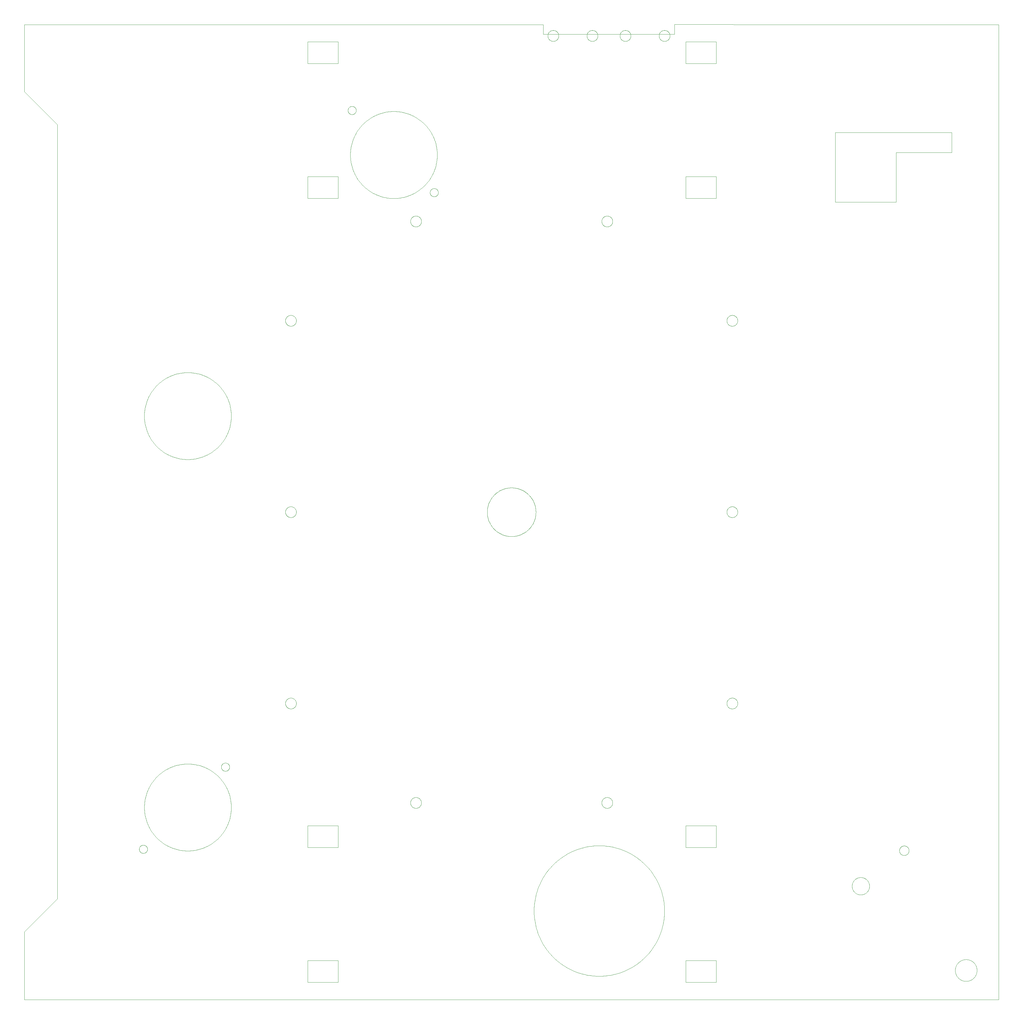
<source format=gbr>
G04 EAGLE Gerber X2 export*
%TF.Part,Single*%
%TF.FileFunction,Profile,NP*%
%TF.FilePolarity,Positive*%
%TF.GenerationSoftware,Autodesk,EAGLE,9.1.1*%
%TF.CreationDate,2018-08-01T19:31:55Z*%
G75*
%MOMM*%
%FSLAX34Y34*%
%LPD*%
%AMOC8*
5,1,8,0,0,1.08239X$1,22.5*%
G01*
%ADD10C,0.025000*%
%ADD11C,0.000000*%


D10*
X1899886Y2819400D02*
X1516227Y2819400D01*
X1516227Y2847340D01*
D11*
X0Y2847340D01*
X0Y2651760D01*
X0Y198120D02*
X0Y0D01*
X2847340Y0D01*
X2847340Y2847340D01*
X2245360Y2847340D01*
X2247270Y2847340D02*
X1899886Y2847907D01*
D10*
X1899886Y2819400D01*
X2720281Y85483D02*
X2720291Y86262D01*
X2720319Y87041D01*
X2720367Y87819D01*
X2720434Y88595D01*
X2720520Y89370D01*
X2720625Y90142D01*
X2720748Y90911D01*
X2720891Y91677D01*
X2721052Y92439D01*
X2721233Y93198D01*
X2721431Y93951D01*
X2721648Y94700D01*
X2721883Y95442D01*
X2722137Y96179D01*
X2722408Y96910D01*
X2722698Y97633D01*
X2723005Y98349D01*
X2723329Y99058D01*
X2723671Y99758D01*
X2724030Y100450D01*
X2724406Y101133D01*
X2724798Y101806D01*
X2725207Y102469D01*
X2725632Y103122D01*
X2726073Y103765D01*
X2726529Y104396D01*
X2727001Y105017D01*
X2727488Y105625D01*
X2727990Y106221D01*
X2728506Y106805D01*
X2729036Y107376D01*
X2729580Y107934D01*
X2730138Y108478D01*
X2730709Y109008D01*
X2731293Y109524D01*
X2731889Y110026D01*
X2732497Y110513D01*
X2733118Y110985D01*
X2733749Y111441D01*
X2734392Y111882D01*
X2735045Y112307D01*
X2735708Y112716D01*
X2736381Y113108D01*
X2737064Y113484D01*
X2737756Y113843D01*
X2738456Y114185D01*
X2739165Y114509D01*
X2739881Y114816D01*
X2740604Y115106D01*
X2741335Y115377D01*
X2742072Y115631D01*
X2742814Y115866D01*
X2743563Y116083D01*
X2744316Y116281D01*
X2745075Y116462D01*
X2745837Y116623D01*
X2746603Y116766D01*
X2747372Y116889D01*
X2748144Y116994D01*
X2748919Y117080D01*
X2749695Y117147D01*
X2750473Y117195D01*
X2751252Y117223D01*
X2752031Y117233D01*
X2752810Y117223D01*
X2753589Y117195D01*
X2754367Y117147D01*
X2755143Y117080D01*
X2755918Y116994D01*
X2756690Y116889D01*
X2757459Y116766D01*
X2758225Y116623D01*
X2758987Y116462D01*
X2759746Y116281D01*
X2760499Y116083D01*
X2761248Y115866D01*
X2761990Y115631D01*
X2762727Y115377D01*
X2763458Y115106D01*
X2764181Y114816D01*
X2764897Y114509D01*
X2765606Y114185D01*
X2766306Y113843D01*
X2766998Y113484D01*
X2767681Y113108D01*
X2768354Y112716D01*
X2769017Y112307D01*
X2769670Y111882D01*
X2770313Y111441D01*
X2770944Y110985D01*
X2771565Y110513D01*
X2772173Y110026D01*
X2772769Y109524D01*
X2773353Y109008D01*
X2773924Y108478D01*
X2774482Y107934D01*
X2775026Y107376D01*
X2775556Y106805D01*
X2776072Y106221D01*
X2776574Y105625D01*
X2777061Y105017D01*
X2777533Y104396D01*
X2777989Y103765D01*
X2778430Y103122D01*
X2778855Y102469D01*
X2779264Y101806D01*
X2779656Y101133D01*
X2780032Y100450D01*
X2780391Y99758D01*
X2780733Y99058D01*
X2781057Y98349D01*
X2781364Y97633D01*
X2781654Y96910D01*
X2781925Y96179D01*
X2782179Y95442D01*
X2782414Y94700D01*
X2782631Y93951D01*
X2782829Y93198D01*
X2783010Y92439D01*
X2783171Y91677D01*
X2783314Y90911D01*
X2783437Y90142D01*
X2783542Y89370D01*
X2783628Y88595D01*
X2783695Y87819D01*
X2783743Y87041D01*
X2783771Y86262D01*
X2783781Y85483D01*
X2783771Y84704D01*
X2783743Y83925D01*
X2783695Y83147D01*
X2783628Y82371D01*
X2783542Y81596D01*
X2783437Y80824D01*
X2783314Y80055D01*
X2783171Y79289D01*
X2783010Y78527D01*
X2782829Y77768D01*
X2782631Y77015D01*
X2782414Y76266D01*
X2782179Y75524D01*
X2781925Y74787D01*
X2781654Y74056D01*
X2781364Y73333D01*
X2781057Y72617D01*
X2780733Y71908D01*
X2780391Y71208D01*
X2780032Y70516D01*
X2779656Y69833D01*
X2779264Y69160D01*
X2778855Y68497D01*
X2778430Y67844D01*
X2777989Y67201D01*
X2777533Y66570D01*
X2777061Y65949D01*
X2776574Y65341D01*
X2776072Y64745D01*
X2775556Y64161D01*
X2775026Y63590D01*
X2774482Y63032D01*
X2773924Y62488D01*
X2773353Y61958D01*
X2772769Y61442D01*
X2772173Y60940D01*
X2771565Y60453D01*
X2770944Y59981D01*
X2770313Y59525D01*
X2769670Y59084D01*
X2769017Y58659D01*
X2768354Y58250D01*
X2767681Y57858D01*
X2766998Y57482D01*
X2766306Y57123D01*
X2765606Y56781D01*
X2764897Y56457D01*
X2764181Y56150D01*
X2763458Y55860D01*
X2762727Y55589D01*
X2761990Y55335D01*
X2761248Y55100D01*
X2760499Y54883D01*
X2759746Y54685D01*
X2758987Y54504D01*
X2758225Y54343D01*
X2757459Y54200D01*
X2756690Y54077D01*
X2755918Y53972D01*
X2755143Y53886D01*
X2754367Y53819D01*
X2753589Y53771D01*
X2752810Y53743D01*
X2752031Y53733D01*
X2751252Y53743D01*
X2750473Y53771D01*
X2749695Y53819D01*
X2748919Y53886D01*
X2748144Y53972D01*
X2747372Y54077D01*
X2746603Y54200D01*
X2745837Y54343D01*
X2745075Y54504D01*
X2744316Y54685D01*
X2743563Y54883D01*
X2742814Y55100D01*
X2742072Y55335D01*
X2741335Y55589D01*
X2740604Y55860D01*
X2739881Y56150D01*
X2739165Y56457D01*
X2738456Y56781D01*
X2737756Y57123D01*
X2737064Y57482D01*
X2736381Y57858D01*
X2735708Y58250D01*
X2735045Y58659D01*
X2734392Y59084D01*
X2733749Y59525D01*
X2733118Y59981D01*
X2732497Y60453D01*
X2731889Y60940D01*
X2731293Y61442D01*
X2730709Y61958D01*
X2730138Y62488D01*
X2729580Y63032D01*
X2729036Y63590D01*
X2728506Y64161D01*
X2727990Y64745D01*
X2727488Y65341D01*
X2727001Y65949D01*
X2726529Y66570D01*
X2726073Y67201D01*
X2725632Y67844D01*
X2725207Y68497D01*
X2724798Y69160D01*
X2724406Y69833D01*
X2724030Y70516D01*
X2723671Y71208D01*
X2723329Y71908D01*
X2723005Y72617D01*
X2722698Y73333D01*
X2722408Y74056D01*
X2722137Y74787D01*
X2721883Y75524D01*
X2721648Y76266D01*
X2721431Y77015D01*
X2721233Y77768D01*
X2721052Y78527D01*
X2720891Y79289D01*
X2720748Y80055D01*
X2720625Y80824D01*
X2720520Y81596D01*
X2720434Y82371D01*
X2720367Y83147D01*
X2720319Y83925D01*
X2720291Y84704D01*
X2720281Y85483D01*
X1185484Y2356962D02*
X1185488Y2357256D01*
X1185498Y2357551D01*
X1185516Y2357844D01*
X1185542Y2358138D01*
X1185574Y2358430D01*
X1185614Y2358722D01*
X1185661Y2359013D01*
X1185714Y2359302D01*
X1185775Y2359590D01*
X1185843Y2359876D01*
X1185918Y2360161D01*
X1186000Y2360444D01*
X1186089Y2360724D01*
X1186185Y2361003D01*
X1186288Y2361279D01*
X1186397Y2361552D01*
X1186513Y2361822D01*
X1186636Y2362090D01*
X1186765Y2362355D01*
X1186900Y2362616D01*
X1187042Y2362874D01*
X1187190Y2363128D01*
X1187345Y2363379D01*
X1187505Y2363626D01*
X1187672Y2363868D01*
X1187844Y2364107D01*
X1188023Y2364341D01*
X1188207Y2364571D01*
X1188396Y2364796D01*
X1188591Y2365017D01*
X1188791Y2365232D01*
X1188997Y2365443D01*
X1189208Y2365649D01*
X1189423Y2365849D01*
X1189644Y2366044D01*
X1189869Y2366233D01*
X1190099Y2366417D01*
X1190333Y2366596D01*
X1190572Y2366768D01*
X1190814Y2366935D01*
X1191061Y2367095D01*
X1191312Y2367250D01*
X1191566Y2367398D01*
X1191824Y2367540D01*
X1192085Y2367675D01*
X1192350Y2367804D01*
X1192618Y2367927D01*
X1192888Y2368043D01*
X1193161Y2368152D01*
X1193437Y2368255D01*
X1193716Y2368351D01*
X1193996Y2368440D01*
X1194279Y2368522D01*
X1194564Y2368597D01*
X1194850Y2368665D01*
X1195138Y2368726D01*
X1195427Y2368779D01*
X1195718Y2368826D01*
X1196010Y2368866D01*
X1196302Y2368898D01*
X1196596Y2368924D01*
X1196889Y2368942D01*
X1197184Y2368952D01*
X1197478Y2368956D01*
X1197772Y2368952D01*
X1198067Y2368942D01*
X1198360Y2368924D01*
X1198654Y2368898D01*
X1198946Y2368866D01*
X1199238Y2368826D01*
X1199529Y2368779D01*
X1199818Y2368726D01*
X1200106Y2368665D01*
X1200392Y2368597D01*
X1200677Y2368522D01*
X1200960Y2368440D01*
X1201240Y2368351D01*
X1201519Y2368255D01*
X1201795Y2368152D01*
X1202068Y2368043D01*
X1202338Y2367927D01*
X1202606Y2367804D01*
X1202871Y2367675D01*
X1203132Y2367540D01*
X1203390Y2367398D01*
X1203644Y2367250D01*
X1203895Y2367095D01*
X1204142Y2366935D01*
X1204384Y2366768D01*
X1204623Y2366596D01*
X1204857Y2366417D01*
X1205087Y2366233D01*
X1205312Y2366044D01*
X1205533Y2365849D01*
X1205748Y2365649D01*
X1205959Y2365443D01*
X1206165Y2365232D01*
X1206365Y2365017D01*
X1206560Y2364796D01*
X1206749Y2364571D01*
X1206933Y2364341D01*
X1207112Y2364107D01*
X1207284Y2363868D01*
X1207451Y2363626D01*
X1207611Y2363379D01*
X1207766Y2363128D01*
X1207914Y2362874D01*
X1208056Y2362616D01*
X1208191Y2362355D01*
X1208320Y2362090D01*
X1208443Y2361822D01*
X1208559Y2361552D01*
X1208668Y2361279D01*
X1208771Y2361003D01*
X1208867Y2360724D01*
X1208956Y2360444D01*
X1209038Y2360161D01*
X1209113Y2359876D01*
X1209181Y2359590D01*
X1209242Y2359302D01*
X1209295Y2359013D01*
X1209342Y2358722D01*
X1209382Y2358430D01*
X1209414Y2358138D01*
X1209440Y2357844D01*
X1209458Y2357551D01*
X1209468Y2357256D01*
X1209472Y2356962D01*
X1209468Y2356668D01*
X1209458Y2356373D01*
X1209440Y2356080D01*
X1209414Y2355786D01*
X1209382Y2355494D01*
X1209342Y2355202D01*
X1209295Y2354911D01*
X1209242Y2354622D01*
X1209181Y2354334D01*
X1209113Y2354048D01*
X1209038Y2353763D01*
X1208956Y2353480D01*
X1208867Y2353200D01*
X1208771Y2352921D01*
X1208668Y2352645D01*
X1208559Y2352372D01*
X1208443Y2352102D01*
X1208320Y2351834D01*
X1208191Y2351569D01*
X1208056Y2351308D01*
X1207914Y2351050D01*
X1207766Y2350796D01*
X1207611Y2350545D01*
X1207451Y2350298D01*
X1207284Y2350056D01*
X1207112Y2349817D01*
X1206933Y2349583D01*
X1206749Y2349353D01*
X1206560Y2349128D01*
X1206365Y2348907D01*
X1206165Y2348692D01*
X1205959Y2348481D01*
X1205748Y2348275D01*
X1205533Y2348075D01*
X1205312Y2347880D01*
X1205087Y2347691D01*
X1204857Y2347507D01*
X1204623Y2347328D01*
X1204384Y2347156D01*
X1204142Y2346989D01*
X1203895Y2346829D01*
X1203644Y2346674D01*
X1203390Y2346526D01*
X1203132Y2346384D01*
X1202871Y2346249D01*
X1202606Y2346120D01*
X1202338Y2345997D01*
X1202068Y2345881D01*
X1201795Y2345772D01*
X1201519Y2345669D01*
X1201240Y2345573D01*
X1200960Y2345484D01*
X1200677Y2345402D01*
X1200392Y2345327D01*
X1200106Y2345259D01*
X1199818Y2345198D01*
X1199529Y2345145D01*
X1199238Y2345098D01*
X1198946Y2345058D01*
X1198654Y2345026D01*
X1198360Y2345000D01*
X1198067Y2344982D01*
X1197772Y2344972D01*
X1197478Y2344968D01*
X1197184Y2344972D01*
X1196889Y2344982D01*
X1196596Y2345000D01*
X1196302Y2345026D01*
X1196010Y2345058D01*
X1195718Y2345098D01*
X1195427Y2345145D01*
X1195138Y2345198D01*
X1194850Y2345259D01*
X1194564Y2345327D01*
X1194279Y2345402D01*
X1193996Y2345484D01*
X1193716Y2345573D01*
X1193437Y2345669D01*
X1193161Y2345772D01*
X1192888Y2345881D01*
X1192618Y2345997D01*
X1192350Y2346120D01*
X1192085Y2346249D01*
X1191824Y2346384D01*
X1191566Y2346526D01*
X1191312Y2346674D01*
X1191061Y2346829D01*
X1190814Y2346989D01*
X1190572Y2347156D01*
X1190333Y2347328D01*
X1190099Y2347507D01*
X1189869Y2347691D01*
X1189644Y2347880D01*
X1189423Y2348075D01*
X1189208Y2348275D01*
X1188997Y2348481D01*
X1188791Y2348692D01*
X1188591Y2348907D01*
X1188396Y2349128D01*
X1188207Y2349353D01*
X1188023Y2349583D01*
X1187844Y2349817D01*
X1187672Y2350056D01*
X1187505Y2350298D01*
X1187345Y2350545D01*
X1187190Y2350796D01*
X1187042Y2351050D01*
X1186900Y2351308D01*
X1186765Y2351569D01*
X1186636Y2351834D01*
X1186513Y2352102D01*
X1186397Y2352372D01*
X1186288Y2352645D01*
X1186185Y2352921D01*
X1186089Y2353200D01*
X1186000Y2353480D01*
X1185918Y2353763D01*
X1185843Y2354048D01*
X1185775Y2354334D01*
X1185714Y2354622D01*
X1185661Y2354911D01*
X1185614Y2355202D01*
X1185574Y2355494D01*
X1185542Y2355786D01*
X1185516Y2356080D01*
X1185498Y2356373D01*
X1185488Y2356668D01*
X1185484Y2356962D01*
X945581Y2596842D02*
X945585Y2597136D01*
X945595Y2597431D01*
X945613Y2597724D01*
X945639Y2598018D01*
X945671Y2598310D01*
X945711Y2598602D01*
X945758Y2598893D01*
X945811Y2599182D01*
X945872Y2599470D01*
X945940Y2599756D01*
X946015Y2600041D01*
X946097Y2600324D01*
X946186Y2600604D01*
X946282Y2600883D01*
X946385Y2601159D01*
X946494Y2601432D01*
X946610Y2601702D01*
X946733Y2601970D01*
X946862Y2602235D01*
X946997Y2602496D01*
X947139Y2602754D01*
X947287Y2603008D01*
X947442Y2603259D01*
X947602Y2603506D01*
X947769Y2603748D01*
X947941Y2603987D01*
X948120Y2604221D01*
X948304Y2604451D01*
X948493Y2604676D01*
X948688Y2604897D01*
X948888Y2605112D01*
X949094Y2605323D01*
X949305Y2605529D01*
X949520Y2605729D01*
X949741Y2605924D01*
X949966Y2606113D01*
X950196Y2606297D01*
X950430Y2606476D01*
X950669Y2606648D01*
X950911Y2606815D01*
X951158Y2606975D01*
X951409Y2607130D01*
X951663Y2607278D01*
X951921Y2607420D01*
X952182Y2607555D01*
X952447Y2607684D01*
X952715Y2607807D01*
X952985Y2607923D01*
X953258Y2608032D01*
X953534Y2608135D01*
X953813Y2608231D01*
X954093Y2608320D01*
X954376Y2608402D01*
X954661Y2608477D01*
X954947Y2608545D01*
X955235Y2608606D01*
X955524Y2608659D01*
X955815Y2608706D01*
X956107Y2608746D01*
X956399Y2608778D01*
X956693Y2608804D01*
X956986Y2608822D01*
X957281Y2608832D01*
X957575Y2608836D01*
X957869Y2608832D01*
X958164Y2608822D01*
X958457Y2608804D01*
X958751Y2608778D01*
X959043Y2608746D01*
X959335Y2608706D01*
X959626Y2608659D01*
X959915Y2608606D01*
X960203Y2608545D01*
X960489Y2608477D01*
X960774Y2608402D01*
X961057Y2608320D01*
X961337Y2608231D01*
X961616Y2608135D01*
X961892Y2608032D01*
X962165Y2607923D01*
X962435Y2607807D01*
X962703Y2607684D01*
X962968Y2607555D01*
X963229Y2607420D01*
X963487Y2607278D01*
X963741Y2607130D01*
X963992Y2606975D01*
X964239Y2606815D01*
X964481Y2606648D01*
X964720Y2606476D01*
X964954Y2606297D01*
X965184Y2606113D01*
X965409Y2605924D01*
X965630Y2605729D01*
X965845Y2605529D01*
X966056Y2605323D01*
X966262Y2605112D01*
X966462Y2604897D01*
X966657Y2604676D01*
X966846Y2604451D01*
X967030Y2604221D01*
X967209Y2603987D01*
X967381Y2603748D01*
X967548Y2603506D01*
X967708Y2603259D01*
X967863Y2603008D01*
X968011Y2602754D01*
X968153Y2602496D01*
X968288Y2602235D01*
X968417Y2601970D01*
X968540Y2601702D01*
X968656Y2601432D01*
X968765Y2601159D01*
X968868Y2600883D01*
X968964Y2600604D01*
X969053Y2600324D01*
X969135Y2600041D01*
X969210Y2599756D01*
X969278Y2599470D01*
X969339Y2599182D01*
X969392Y2598893D01*
X969439Y2598602D01*
X969479Y2598310D01*
X969511Y2598018D01*
X969537Y2597724D01*
X969555Y2597431D01*
X969565Y2597136D01*
X969569Y2596842D01*
X969565Y2596548D01*
X969555Y2596253D01*
X969537Y2595960D01*
X969511Y2595666D01*
X969479Y2595374D01*
X969439Y2595082D01*
X969392Y2594791D01*
X969339Y2594502D01*
X969278Y2594214D01*
X969210Y2593928D01*
X969135Y2593643D01*
X969053Y2593360D01*
X968964Y2593080D01*
X968868Y2592801D01*
X968765Y2592525D01*
X968656Y2592252D01*
X968540Y2591982D01*
X968417Y2591714D01*
X968288Y2591449D01*
X968153Y2591188D01*
X968011Y2590930D01*
X967863Y2590676D01*
X967708Y2590425D01*
X967548Y2590178D01*
X967381Y2589936D01*
X967209Y2589697D01*
X967030Y2589463D01*
X966846Y2589233D01*
X966657Y2589008D01*
X966462Y2588787D01*
X966262Y2588572D01*
X966056Y2588361D01*
X965845Y2588155D01*
X965630Y2587955D01*
X965409Y2587760D01*
X965184Y2587571D01*
X964954Y2587387D01*
X964720Y2587208D01*
X964481Y2587036D01*
X964239Y2586869D01*
X963992Y2586709D01*
X963741Y2586554D01*
X963487Y2586406D01*
X963229Y2586264D01*
X962968Y2586129D01*
X962703Y2586000D01*
X962435Y2585877D01*
X962165Y2585761D01*
X961892Y2585652D01*
X961616Y2585549D01*
X961337Y2585453D01*
X961057Y2585364D01*
X960774Y2585282D01*
X960489Y2585207D01*
X960203Y2585139D01*
X959915Y2585078D01*
X959626Y2585025D01*
X959335Y2584978D01*
X959043Y2584938D01*
X958751Y2584906D01*
X958457Y2584880D01*
X958164Y2584862D01*
X957869Y2584852D01*
X957575Y2584848D01*
X957281Y2584852D01*
X956986Y2584862D01*
X956693Y2584880D01*
X956399Y2584906D01*
X956107Y2584938D01*
X955815Y2584978D01*
X955524Y2585025D01*
X955235Y2585078D01*
X954947Y2585139D01*
X954661Y2585207D01*
X954376Y2585282D01*
X954093Y2585364D01*
X953813Y2585453D01*
X953534Y2585549D01*
X953258Y2585652D01*
X952985Y2585761D01*
X952715Y2585877D01*
X952447Y2586000D01*
X952182Y2586129D01*
X951921Y2586264D01*
X951663Y2586406D01*
X951409Y2586554D01*
X951158Y2586709D01*
X950911Y2586869D01*
X950669Y2587036D01*
X950430Y2587208D01*
X950196Y2587387D01*
X949966Y2587571D01*
X949741Y2587760D01*
X949520Y2587955D01*
X949305Y2588155D01*
X949094Y2588361D01*
X948888Y2588572D01*
X948688Y2588787D01*
X948493Y2589008D01*
X948304Y2589233D01*
X948120Y2589463D01*
X947941Y2589697D01*
X947769Y2589936D01*
X947602Y2590178D01*
X947442Y2590425D01*
X947287Y2590676D01*
X947139Y2590930D01*
X946997Y2591188D01*
X946862Y2591449D01*
X946733Y2591714D01*
X946610Y2591982D01*
X946494Y2592252D01*
X946385Y2592525D01*
X946282Y2592801D01*
X946186Y2593080D01*
X946097Y2593360D01*
X946015Y2593643D01*
X945940Y2593928D01*
X945872Y2594214D01*
X945811Y2594502D01*
X945758Y2594791D01*
X945711Y2595082D01*
X945671Y2595374D01*
X945639Y2595666D01*
X945613Y2595960D01*
X945595Y2596253D01*
X945585Y2596548D01*
X945581Y2596842D01*
X575485Y679310D02*
X575489Y679604D01*
X575499Y679899D01*
X575517Y680192D01*
X575543Y680486D01*
X575575Y680778D01*
X575615Y681070D01*
X575662Y681361D01*
X575715Y681650D01*
X575776Y681938D01*
X575844Y682224D01*
X575919Y682509D01*
X576001Y682792D01*
X576090Y683072D01*
X576186Y683351D01*
X576289Y683627D01*
X576398Y683900D01*
X576514Y684170D01*
X576637Y684438D01*
X576766Y684703D01*
X576901Y684964D01*
X577043Y685222D01*
X577191Y685476D01*
X577346Y685727D01*
X577506Y685974D01*
X577673Y686216D01*
X577845Y686455D01*
X578024Y686689D01*
X578208Y686919D01*
X578397Y687144D01*
X578592Y687365D01*
X578792Y687580D01*
X578998Y687791D01*
X579209Y687997D01*
X579424Y688197D01*
X579645Y688392D01*
X579870Y688581D01*
X580100Y688765D01*
X580334Y688944D01*
X580573Y689116D01*
X580815Y689283D01*
X581062Y689443D01*
X581313Y689598D01*
X581567Y689746D01*
X581825Y689888D01*
X582086Y690023D01*
X582351Y690152D01*
X582619Y690275D01*
X582889Y690391D01*
X583162Y690500D01*
X583438Y690603D01*
X583717Y690699D01*
X583997Y690788D01*
X584280Y690870D01*
X584565Y690945D01*
X584851Y691013D01*
X585139Y691074D01*
X585428Y691127D01*
X585719Y691174D01*
X586011Y691214D01*
X586303Y691246D01*
X586597Y691272D01*
X586890Y691290D01*
X587185Y691300D01*
X587479Y691304D01*
X587773Y691300D01*
X588068Y691290D01*
X588361Y691272D01*
X588655Y691246D01*
X588947Y691214D01*
X589239Y691174D01*
X589530Y691127D01*
X589819Y691074D01*
X590107Y691013D01*
X590393Y690945D01*
X590678Y690870D01*
X590961Y690788D01*
X591241Y690699D01*
X591520Y690603D01*
X591796Y690500D01*
X592069Y690391D01*
X592339Y690275D01*
X592607Y690152D01*
X592872Y690023D01*
X593133Y689888D01*
X593391Y689746D01*
X593645Y689598D01*
X593896Y689443D01*
X594143Y689283D01*
X594385Y689116D01*
X594624Y688944D01*
X594858Y688765D01*
X595088Y688581D01*
X595313Y688392D01*
X595534Y688197D01*
X595749Y687997D01*
X595960Y687791D01*
X596166Y687580D01*
X596366Y687365D01*
X596561Y687144D01*
X596750Y686919D01*
X596934Y686689D01*
X597113Y686455D01*
X597285Y686216D01*
X597452Y685974D01*
X597612Y685727D01*
X597767Y685476D01*
X597915Y685222D01*
X598057Y684964D01*
X598192Y684703D01*
X598321Y684438D01*
X598444Y684170D01*
X598560Y683900D01*
X598669Y683627D01*
X598772Y683351D01*
X598868Y683072D01*
X598957Y682792D01*
X599039Y682509D01*
X599114Y682224D01*
X599182Y681938D01*
X599243Y681650D01*
X599296Y681361D01*
X599343Y681070D01*
X599383Y680778D01*
X599415Y680486D01*
X599441Y680192D01*
X599459Y679899D01*
X599469Y679604D01*
X599473Y679310D01*
X599469Y679016D01*
X599459Y678721D01*
X599441Y678428D01*
X599415Y678134D01*
X599383Y677842D01*
X599343Y677550D01*
X599296Y677259D01*
X599243Y676970D01*
X599182Y676682D01*
X599114Y676396D01*
X599039Y676111D01*
X598957Y675828D01*
X598868Y675548D01*
X598772Y675269D01*
X598669Y674993D01*
X598560Y674720D01*
X598444Y674450D01*
X598321Y674182D01*
X598192Y673917D01*
X598057Y673656D01*
X597915Y673398D01*
X597767Y673144D01*
X597612Y672893D01*
X597452Y672646D01*
X597285Y672404D01*
X597113Y672165D01*
X596934Y671931D01*
X596750Y671701D01*
X596561Y671476D01*
X596366Y671255D01*
X596166Y671040D01*
X595960Y670829D01*
X595749Y670623D01*
X595534Y670423D01*
X595313Y670228D01*
X595088Y670039D01*
X594858Y669855D01*
X594624Y669676D01*
X594385Y669504D01*
X594143Y669337D01*
X593896Y669177D01*
X593645Y669022D01*
X593391Y668874D01*
X593133Y668732D01*
X592872Y668597D01*
X592607Y668468D01*
X592339Y668345D01*
X592069Y668229D01*
X591796Y668120D01*
X591520Y668017D01*
X591241Y667921D01*
X590961Y667832D01*
X590678Y667750D01*
X590393Y667675D01*
X590107Y667607D01*
X589819Y667546D01*
X589530Y667493D01*
X589239Y667446D01*
X588947Y667406D01*
X588655Y667374D01*
X588361Y667348D01*
X588068Y667330D01*
X587773Y667320D01*
X587479Y667316D01*
X587185Y667320D01*
X586890Y667330D01*
X586597Y667348D01*
X586303Y667374D01*
X586011Y667406D01*
X585719Y667446D01*
X585428Y667493D01*
X585139Y667546D01*
X584851Y667607D01*
X584565Y667675D01*
X584280Y667750D01*
X583997Y667832D01*
X583717Y667921D01*
X583438Y668017D01*
X583162Y668120D01*
X582889Y668229D01*
X582619Y668345D01*
X582351Y668468D01*
X582086Y668597D01*
X581825Y668732D01*
X581567Y668874D01*
X581313Y669022D01*
X581062Y669177D01*
X580815Y669337D01*
X580573Y669504D01*
X580334Y669676D01*
X580100Y669855D01*
X579870Y670039D01*
X579645Y670228D01*
X579424Y670423D01*
X579209Y670623D01*
X578998Y670829D01*
X578792Y671040D01*
X578592Y671255D01*
X578397Y671476D01*
X578208Y671701D01*
X578024Y671931D01*
X577845Y672165D01*
X577673Y672404D01*
X577506Y672646D01*
X577346Y672893D01*
X577191Y673144D01*
X577043Y673398D01*
X576901Y673656D01*
X576766Y673917D01*
X576637Y674182D01*
X576514Y674450D01*
X576398Y674720D01*
X576289Y674993D01*
X576186Y675269D01*
X576090Y675548D01*
X576001Y675828D01*
X575919Y676111D01*
X575844Y676396D01*
X575776Y676682D01*
X575715Y676970D01*
X575662Y677259D01*
X575615Y677550D01*
X575575Y677842D01*
X575543Y678134D01*
X575517Y678428D01*
X575499Y678721D01*
X575489Y679016D01*
X575485Y679310D01*
X335605Y439408D02*
X335609Y439702D01*
X335619Y439997D01*
X335637Y440290D01*
X335663Y440584D01*
X335695Y440876D01*
X335735Y441168D01*
X335782Y441459D01*
X335835Y441748D01*
X335896Y442036D01*
X335964Y442322D01*
X336039Y442607D01*
X336121Y442890D01*
X336210Y443170D01*
X336306Y443449D01*
X336409Y443725D01*
X336518Y443998D01*
X336634Y444268D01*
X336757Y444536D01*
X336886Y444801D01*
X337021Y445062D01*
X337163Y445320D01*
X337311Y445574D01*
X337466Y445825D01*
X337626Y446072D01*
X337793Y446314D01*
X337965Y446553D01*
X338144Y446787D01*
X338328Y447017D01*
X338517Y447242D01*
X338712Y447463D01*
X338912Y447678D01*
X339118Y447889D01*
X339329Y448095D01*
X339544Y448295D01*
X339765Y448490D01*
X339990Y448679D01*
X340220Y448863D01*
X340454Y449042D01*
X340693Y449214D01*
X340935Y449381D01*
X341182Y449541D01*
X341433Y449696D01*
X341687Y449844D01*
X341945Y449986D01*
X342206Y450121D01*
X342471Y450250D01*
X342739Y450373D01*
X343009Y450489D01*
X343282Y450598D01*
X343558Y450701D01*
X343837Y450797D01*
X344117Y450886D01*
X344400Y450968D01*
X344685Y451043D01*
X344971Y451111D01*
X345259Y451172D01*
X345548Y451225D01*
X345839Y451272D01*
X346131Y451312D01*
X346423Y451344D01*
X346717Y451370D01*
X347010Y451388D01*
X347305Y451398D01*
X347599Y451402D01*
X347893Y451398D01*
X348188Y451388D01*
X348481Y451370D01*
X348775Y451344D01*
X349067Y451312D01*
X349359Y451272D01*
X349650Y451225D01*
X349939Y451172D01*
X350227Y451111D01*
X350513Y451043D01*
X350798Y450968D01*
X351081Y450886D01*
X351361Y450797D01*
X351640Y450701D01*
X351916Y450598D01*
X352189Y450489D01*
X352459Y450373D01*
X352727Y450250D01*
X352992Y450121D01*
X353253Y449986D01*
X353511Y449844D01*
X353765Y449696D01*
X354016Y449541D01*
X354263Y449381D01*
X354505Y449214D01*
X354744Y449042D01*
X354978Y448863D01*
X355208Y448679D01*
X355433Y448490D01*
X355654Y448295D01*
X355869Y448095D01*
X356080Y447889D01*
X356286Y447678D01*
X356486Y447463D01*
X356681Y447242D01*
X356870Y447017D01*
X357054Y446787D01*
X357233Y446553D01*
X357405Y446314D01*
X357572Y446072D01*
X357732Y445825D01*
X357887Y445574D01*
X358035Y445320D01*
X358177Y445062D01*
X358312Y444801D01*
X358441Y444536D01*
X358564Y444268D01*
X358680Y443998D01*
X358789Y443725D01*
X358892Y443449D01*
X358988Y443170D01*
X359077Y442890D01*
X359159Y442607D01*
X359234Y442322D01*
X359302Y442036D01*
X359363Y441748D01*
X359416Y441459D01*
X359463Y441168D01*
X359503Y440876D01*
X359535Y440584D01*
X359561Y440290D01*
X359579Y439997D01*
X359589Y439702D01*
X359593Y439408D01*
X359589Y439114D01*
X359579Y438819D01*
X359561Y438526D01*
X359535Y438232D01*
X359503Y437940D01*
X359463Y437648D01*
X359416Y437357D01*
X359363Y437068D01*
X359302Y436780D01*
X359234Y436494D01*
X359159Y436209D01*
X359077Y435926D01*
X358988Y435646D01*
X358892Y435367D01*
X358789Y435091D01*
X358680Y434818D01*
X358564Y434548D01*
X358441Y434280D01*
X358312Y434015D01*
X358177Y433754D01*
X358035Y433496D01*
X357887Y433242D01*
X357732Y432991D01*
X357572Y432744D01*
X357405Y432502D01*
X357233Y432263D01*
X357054Y432029D01*
X356870Y431799D01*
X356681Y431574D01*
X356486Y431353D01*
X356286Y431138D01*
X356080Y430927D01*
X355869Y430721D01*
X355654Y430521D01*
X355433Y430326D01*
X355208Y430137D01*
X354978Y429953D01*
X354744Y429774D01*
X354505Y429602D01*
X354263Y429435D01*
X354016Y429275D01*
X353765Y429120D01*
X353511Y428972D01*
X353253Y428830D01*
X352992Y428695D01*
X352727Y428566D01*
X352459Y428443D01*
X352189Y428327D01*
X351916Y428218D01*
X351640Y428115D01*
X351361Y428019D01*
X351081Y427930D01*
X350798Y427848D01*
X350513Y427773D01*
X350227Y427705D01*
X349939Y427644D01*
X349650Y427591D01*
X349359Y427544D01*
X349067Y427504D01*
X348775Y427472D01*
X348481Y427446D01*
X348188Y427428D01*
X347893Y427418D01*
X347599Y427414D01*
X347305Y427418D01*
X347010Y427428D01*
X346717Y427446D01*
X346423Y427472D01*
X346131Y427504D01*
X345839Y427544D01*
X345548Y427591D01*
X345259Y427644D01*
X344971Y427705D01*
X344685Y427773D01*
X344400Y427848D01*
X344117Y427930D01*
X343837Y428019D01*
X343558Y428115D01*
X343282Y428218D01*
X343009Y428327D01*
X342739Y428443D01*
X342471Y428566D01*
X342206Y428695D01*
X341945Y428830D01*
X341687Y428972D01*
X341433Y429120D01*
X341182Y429275D01*
X340935Y429435D01*
X340693Y429602D01*
X340454Y429774D01*
X340220Y429953D01*
X339990Y430137D01*
X339765Y430326D01*
X339544Y430521D01*
X339329Y430721D01*
X339118Y430927D01*
X338912Y431138D01*
X338712Y431353D01*
X338517Y431574D01*
X338328Y431799D01*
X338144Y432029D01*
X337965Y432263D01*
X337793Y432502D01*
X337626Y432744D01*
X337466Y432991D01*
X337311Y433242D01*
X337163Y433496D01*
X337021Y433754D01*
X336886Y434015D01*
X336757Y434280D01*
X336634Y434548D01*
X336518Y434818D01*
X336409Y435091D01*
X336306Y435367D01*
X336210Y435646D01*
X336121Y435926D01*
X336039Y436209D01*
X335964Y436494D01*
X335896Y436780D01*
X335835Y437068D01*
X335782Y437357D01*
X335735Y437648D01*
X335695Y437940D01*
X335663Y438232D01*
X335637Y438526D01*
X335619Y438819D01*
X335609Y439114D01*
X335605Y439408D01*
X350520Y1704340D02*
X350558Y1707457D01*
X350673Y1710572D01*
X350864Y1713683D01*
X351132Y1716788D01*
X351475Y1719886D01*
X351895Y1722975D01*
X352390Y1726052D01*
X352960Y1729116D01*
X353606Y1732166D01*
X354326Y1735198D01*
X355120Y1738213D01*
X355989Y1741206D01*
X356930Y1744178D01*
X357944Y1747125D01*
X359030Y1750047D01*
X360187Y1752941D01*
X361415Y1755806D01*
X362713Y1758639D01*
X364081Y1761441D01*
X365516Y1764207D01*
X367019Y1766938D01*
X368588Y1769631D01*
X370224Y1772285D01*
X371923Y1774897D01*
X373687Y1777468D01*
X375513Y1779994D01*
X377400Y1782474D01*
X379348Y1784908D01*
X381354Y1787293D01*
X383419Y1789628D01*
X385541Y1791912D01*
X387717Y1794143D01*
X389948Y1796319D01*
X392232Y1798441D01*
X394567Y1800506D01*
X396952Y1802512D01*
X399386Y1804460D01*
X401866Y1806347D01*
X404392Y1808173D01*
X406963Y1809937D01*
X409575Y1811636D01*
X412229Y1813272D01*
X414922Y1814841D01*
X417653Y1816344D01*
X420419Y1817779D01*
X423221Y1819147D01*
X426054Y1820445D01*
X428919Y1821673D01*
X431813Y1822830D01*
X434735Y1823916D01*
X437682Y1824930D01*
X440654Y1825871D01*
X443647Y1826740D01*
X446662Y1827534D01*
X449694Y1828254D01*
X452744Y1828900D01*
X455808Y1829470D01*
X458885Y1829965D01*
X461974Y1830385D01*
X465072Y1830728D01*
X468177Y1830996D01*
X471288Y1831187D01*
X474403Y1831302D01*
X477520Y1831340D01*
X480637Y1831302D01*
X483752Y1831187D01*
X486863Y1830996D01*
X489968Y1830728D01*
X493066Y1830385D01*
X496155Y1829965D01*
X499232Y1829470D01*
X502296Y1828900D01*
X505346Y1828254D01*
X508378Y1827534D01*
X511393Y1826740D01*
X514386Y1825871D01*
X517358Y1824930D01*
X520305Y1823916D01*
X523227Y1822830D01*
X526121Y1821673D01*
X528986Y1820445D01*
X531819Y1819147D01*
X534621Y1817779D01*
X537387Y1816344D01*
X540118Y1814841D01*
X542811Y1813272D01*
X545465Y1811636D01*
X548077Y1809937D01*
X550648Y1808173D01*
X553174Y1806347D01*
X555654Y1804460D01*
X558088Y1802512D01*
X560473Y1800506D01*
X562808Y1798441D01*
X565092Y1796319D01*
X567323Y1794143D01*
X569499Y1791912D01*
X571621Y1789628D01*
X573686Y1787293D01*
X575692Y1784908D01*
X577640Y1782474D01*
X579527Y1779994D01*
X581353Y1777468D01*
X583117Y1774897D01*
X584816Y1772285D01*
X586452Y1769631D01*
X588021Y1766938D01*
X589524Y1764207D01*
X590959Y1761441D01*
X592327Y1758639D01*
X593625Y1755806D01*
X594853Y1752941D01*
X596010Y1750047D01*
X597096Y1747125D01*
X598110Y1744178D01*
X599051Y1741206D01*
X599920Y1738213D01*
X600714Y1735198D01*
X601434Y1732166D01*
X602080Y1729116D01*
X602650Y1726052D01*
X603145Y1722975D01*
X603565Y1719886D01*
X603908Y1716788D01*
X604176Y1713683D01*
X604367Y1710572D01*
X604482Y1707457D01*
X604520Y1704340D01*
X604482Y1701223D01*
X604367Y1698108D01*
X604176Y1694997D01*
X603908Y1691892D01*
X603565Y1688794D01*
X603145Y1685705D01*
X602650Y1682628D01*
X602080Y1679564D01*
X601434Y1676514D01*
X600714Y1673482D01*
X599920Y1670467D01*
X599051Y1667474D01*
X598110Y1664502D01*
X597096Y1661555D01*
X596010Y1658633D01*
X594853Y1655739D01*
X593625Y1652874D01*
X592327Y1650041D01*
X590959Y1647239D01*
X589524Y1644473D01*
X588021Y1641742D01*
X586452Y1639049D01*
X584816Y1636395D01*
X583117Y1633783D01*
X581353Y1631212D01*
X579527Y1628686D01*
X577640Y1626206D01*
X575692Y1623772D01*
X573686Y1621387D01*
X571621Y1619052D01*
X569499Y1616768D01*
X567323Y1614537D01*
X565092Y1612361D01*
X562808Y1610239D01*
X560473Y1608174D01*
X558088Y1606168D01*
X555654Y1604220D01*
X553174Y1602333D01*
X550648Y1600507D01*
X548077Y1598743D01*
X545465Y1597044D01*
X542811Y1595408D01*
X540118Y1593839D01*
X537387Y1592336D01*
X534621Y1590901D01*
X531819Y1589533D01*
X528986Y1588235D01*
X526121Y1587007D01*
X523227Y1585850D01*
X520305Y1584764D01*
X517358Y1583750D01*
X514386Y1582809D01*
X511393Y1581940D01*
X508378Y1581146D01*
X505346Y1580426D01*
X502296Y1579780D01*
X499232Y1579210D01*
X496155Y1578715D01*
X493066Y1578295D01*
X489968Y1577952D01*
X486863Y1577684D01*
X483752Y1577493D01*
X480637Y1577378D01*
X477520Y1577340D01*
X474403Y1577378D01*
X471288Y1577493D01*
X468177Y1577684D01*
X465072Y1577952D01*
X461974Y1578295D01*
X458885Y1578715D01*
X455808Y1579210D01*
X452744Y1579780D01*
X449694Y1580426D01*
X446662Y1581146D01*
X443647Y1581940D01*
X440654Y1582809D01*
X437682Y1583750D01*
X434735Y1584764D01*
X431813Y1585850D01*
X428919Y1587007D01*
X426054Y1588235D01*
X423221Y1589533D01*
X420419Y1590901D01*
X417653Y1592336D01*
X414922Y1593839D01*
X412229Y1595408D01*
X409575Y1597044D01*
X406963Y1598743D01*
X404392Y1600507D01*
X401866Y1602333D01*
X399386Y1604220D01*
X396952Y1606168D01*
X394567Y1608174D01*
X392232Y1610239D01*
X389948Y1612361D01*
X387717Y1614537D01*
X385541Y1616768D01*
X383419Y1619052D01*
X381354Y1621387D01*
X379348Y1623772D01*
X377400Y1626206D01*
X375513Y1628686D01*
X373687Y1631212D01*
X371923Y1633783D01*
X370224Y1636395D01*
X368588Y1639049D01*
X367019Y1641742D01*
X365516Y1644473D01*
X364081Y1647239D01*
X362713Y1650041D01*
X361415Y1652874D01*
X360187Y1655739D01*
X359030Y1658633D01*
X357944Y1661555D01*
X356930Y1664502D01*
X355989Y1667474D01*
X355120Y1670467D01*
X354326Y1673482D01*
X353606Y1676514D01*
X352960Y1679564D01*
X352390Y1682628D01*
X351895Y1685705D01*
X351475Y1688794D01*
X351132Y1691892D01*
X350864Y1694997D01*
X350673Y1698108D01*
X350558Y1701223D01*
X350520Y1704340D01*
X350534Y561347D02*
X350572Y564464D01*
X350687Y567579D01*
X350878Y570690D01*
X351146Y573795D01*
X351489Y576893D01*
X351909Y579982D01*
X352404Y583059D01*
X352974Y586123D01*
X353620Y589173D01*
X354340Y592205D01*
X355134Y595220D01*
X356003Y598213D01*
X356944Y601185D01*
X357958Y604132D01*
X359044Y607054D01*
X360201Y609948D01*
X361429Y612813D01*
X362727Y615646D01*
X364095Y618448D01*
X365530Y621214D01*
X367033Y623945D01*
X368602Y626638D01*
X370238Y629292D01*
X371937Y631904D01*
X373701Y634475D01*
X375527Y637001D01*
X377414Y639481D01*
X379362Y641915D01*
X381368Y644300D01*
X383433Y646635D01*
X385555Y648919D01*
X387731Y651150D01*
X389962Y653326D01*
X392246Y655448D01*
X394581Y657513D01*
X396966Y659519D01*
X399400Y661467D01*
X401880Y663354D01*
X404406Y665180D01*
X406977Y666944D01*
X409589Y668643D01*
X412243Y670279D01*
X414936Y671848D01*
X417667Y673351D01*
X420433Y674786D01*
X423235Y676154D01*
X426068Y677452D01*
X428933Y678680D01*
X431827Y679837D01*
X434749Y680923D01*
X437696Y681937D01*
X440668Y682878D01*
X443661Y683747D01*
X446676Y684541D01*
X449708Y685261D01*
X452758Y685907D01*
X455822Y686477D01*
X458899Y686972D01*
X461988Y687392D01*
X465086Y687735D01*
X468191Y688003D01*
X471302Y688194D01*
X474417Y688309D01*
X477534Y688347D01*
X480651Y688309D01*
X483766Y688194D01*
X486877Y688003D01*
X489982Y687735D01*
X493080Y687392D01*
X496169Y686972D01*
X499246Y686477D01*
X502310Y685907D01*
X505360Y685261D01*
X508392Y684541D01*
X511407Y683747D01*
X514400Y682878D01*
X517372Y681937D01*
X520319Y680923D01*
X523241Y679837D01*
X526135Y678680D01*
X529000Y677452D01*
X531833Y676154D01*
X534635Y674786D01*
X537401Y673351D01*
X540132Y671848D01*
X542825Y670279D01*
X545479Y668643D01*
X548091Y666944D01*
X550662Y665180D01*
X553188Y663354D01*
X555668Y661467D01*
X558102Y659519D01*
X560487Y657513D01*
X562822Y655448D01*
X565106Y653326D01*
X567337Y651150D01*
X569513Y648919D01*
X571635Y646635D01*
X573700Y644300D01*
X575706Y641915D01*
X577654Y639481D01*
X579541Y637001D01*
X581367Y634475D01*
X583131Y631904D01*
X584830Y629292D01*
X586466Y626638D01*
X588035Y623945D01*
X589538Y621214D01*
X590973Y618448D01*
X592341Y615646D01*
X593639Y612813D01*
X594867Y609948D01*
X596024Y607054D01*
X597110Y604132D01*
X598124Y601185D01*
X599065Y598213D01*
X599934Y595220D01*
X600728Y592205D01*
X601448Y589173D01*
X602094Y586123D01*
X602664Y583059D01*
X603159Y579982D01*
X603579Y576893D01*
X603922Y573795D01*
X604190Y570690D01*
X604381Y567579D01*
X604496Y564464D01*
X604534Y561347D01*
X604496Y558230D01*
X604381Y555115D01*
X604190Y552004D01*
X603922Y548899D01*
X603579Y545801D01*
X603159Y542712D01*
X602664Y539635D01*
X602094Y536571D01*
X601448Y533521D01*
X600728Y530489D01*
X599934Y527474D01*
X599065Y524481D01*
X598124Y521509D01*
X597110Y518562D01*
X596024Y515640D01*
X594867Y512746D01*
X593639Y509881D01*
X592341Y507048D01*
X590973Y504246D01*
X589538Y501480D01*
X588035Y498749D01*
X586466Y496056D01*
X584830Y493402D01*
X583131Y490790D01*
X581367Y488219D01*
X579541Y485693D01*
X577654Y483213D01*
X575706Y480779D01*
X573700Y478394D01*
X571635Y476059D01*
X569513Y473775D01*
X567337Y471544D01*
X565106Y469368D01*
X562822Y467246D01*
X560487Y465181D01*
X558102Y463175D01*
X555668Y461227D01*
X553188Y459340D01*
X550662Y457514D01*
X548091Y455750D01*
X545479Y454051D01*
X542825Y452415D01*
X540132Y450846D01*
X537401Y449343D01*
X534635Y447908D01*
X531833Y446540D01*
X529000Y445242D01*
X526135Y444014D01*
X523241Y442857D01*
X520319Y441771D01*
X517372Y440757D01*
X514400Y439816D01*
X511407Y438947D01*
X508392Y438153D01*
X505360Y437433D01*
X502310Y436787D01*
X499246Y436217D01*
X496169Y435722D01*
X493080Y435302D01*
X489982Y434959D01*
X486877Y434691D01*
X483766Y434500D01*
X480651Y434385D01*
X477534Y434347D01*
X474417Y434385D01*
X471302Y434500D01*
X468191Y434691D01*
X465086Y434959D01*
X461988Y435302D01*
X458899Y435722D01*
X455822Y436217D01*
X452758Y436787D01*
X449708Y437433D01*
X446676Y438153D01*
X443661Y438947D01*
X440668Y439816D01*
X437696Y440757D01*
X434749Y441771D01*
X431827Y442857D01*
X428933Y444014D01*
X426068Y445242D01*
X423235Y446540D01*
X420433Y447908D01*
X417667Y449343D01*
X414936Y450846D01*
X412243Y452415D01*
X409589Y454051D01*
X406977Y455750D01*
X404406Y457514D01*
X401880Y459340D01*
X399400Y461227D01*
X396966Y463175D01*
X394581Y465181D01*
X392246Y467246D01*
X389962Y469368D01*
X387731Y471544D01*
X385555Y473775D01*
X383433Y476059D01*
X381368Y478394D01*
X379362Y480779D01*
X377414Y483213D01*
X375527Y485693D01*
X373701Y488219D01*
X371937Y490790D01*
X370238Y493402D01*
X368602Y496056D01*
X367033Y498749D01*
X365530Y501480D01*
X364095Y504246D01*
X362727Y507048D01*
X361429Y509881D01*
X360201Y512746D01*
X359044Y515640D01*
X357958Y518562D01*
X356944Y521509D01*
X356003Y524481D01*
X355134Y527474D01*
X354340Y530489D01*
X353620Y533521D01*
X352974Y536571D01*
X352404Y539635D01*
X351909Y542712D01*
X351489Y545801D01*
X351146Y548899D01*
X350878Y552004D01*
X350687Y555115D01*
X350572Y558230D01*
X350534Y561347D01*
X1489401Y259087D02*
X1489458Y263762D01*
X1489630Y268434D01*
X1489917Y273101D01*
X1490318Y277759D01*
X1490834Y282406D01*
X1491463Y287039D01*
X1492206Y291655D01*
X1493061Y296252D01*
X1494030Y300826D01*
X1495110Y305375D01*
X1496302Y309896D01*
X1497604Y314386D01*
X1499016Y318843D01*
X1500537Y323265D01*
X1502166Y327647D01*
X1503902Y331988D01*
X1505744Y336285D01*
X1507691Y340536D01*
X1509742Y344738D01*
X1511895Y348888D01*
X1514149Y352984D01*
X1516504Y357024D01*
X1518956Y361004D01*
X1521506Y364923D01*
X1524151Y368778D01*
X1526890Y372568D01*
X1529721Y376289D01*
X1532643Y379939D01*
X1535653Y383516D01*
X1538750Y387019D01*
X1541932Y390444D01*
X1545197Y393791D01*
X1548544Y397056D01*
X1551969Y400238D01*
X1555472Y403335D01*
X1559049Y406345D01*
X1562699Y409267D01*
X1566420Y412098D01*
X1570210Y414837D01*
X1574065Y417482D01*
X1577984Y420032D01*
X1581964Y422484D01*
X1586004Y424839D01*
X1590100Y427093D01*
X1594250Y429246D01*
X1598452Y431297D01*
X1602703Y433244D01*
X1607000Y435086D01*
X1611341Y436822D01*
X1615723Y438451D01*
X1620145Y439972D01*
X1624602Y441384D01*
X1629092Y442686D01*
X1633613Y443878D01*
X1638162Y444958D01*
X1642736Y445927D01*
X1647333Y446782D01*
X1651949Y447525D01*
X1656582Y448154D01*
X1661229Y448670D01*
X1665887Y449071D01*
X1670554Y449358D01*
X1675226Y449530D01*
X1679901Y449587D01*
X1684576Y449530D01*
X1689248Y449358D01*
X1693915Y449071D01*
X1698573Y448670D01*
X1703220Y448154D01*
X1707853Y447525D01*
X1712469Y446782D01*
X1717066Y445927D01*
X1721640Y444958D01*
X1726189Y443878D01*
X1730710Y442686D01*
X1735200Y441384D01*
X1739657Y439972D01*
X1744079Y438451D01*
X1748461Y436822D01*
X1752802Y435086D01*
X1757099Y433244D01*
X1761350Y431297D01*
X1765552Y429246D01*
X1769702Y427093D01*
X1773798Y424839D01*
X1777838Y422484D01*
X1781818Y420032D01*
X1785737Y417482D01*
X1789592Y414837D01*
X1793382Y412098D01*
X1797103Y409267D01*
X1800753Y406345D01*
X1804330Y403335D01*
X1807833Y400238D01*
X1811258Y397056D01*
X1814605Y393791D01*
X1817870Y390444D01*
X1821052Y387019D01*
X1824149Y383516D01*
X1827159Y379939D01*
X1830081Y376289D01*
X1832912Y372568D01*
X1835651Y368778D01*
X1838296Y364923D01*
X1840846Y361004D01*
X1843298Y357024D01*
X1845653Y352984D01*
X1847907Y348888D01*
X1850060Y344738D01*
X1852111Y340536D01*
X1854058Y336285D01*
X1855900Y331988D01*
X1857636Y327647D01*
X1859265Y323265D01*
X1860786Y318843D01*
X1862198Y314386D01*
X1863500Y309896D01*
X1864692Y305375D01*
X1865772Y300826D01*
X1866741Y296252D01*
X1867596Y291655D01*
X1868339Y287039D01*
X1868968Y282406D01*
X1869484Y277759D01*
X1869885Y273101D01*
X1870172Y268434D01*
X1870344Y263762D01*
X1870401Y259087D01*
X1870344Y254412D01*
X1870172Y249740D01*
X1869885Y245073D01*
X1869484Y240415D01*
X1868968Y235768D01*
X1868339Y231135D01*
X1867596Y226519D01*
X1866741Y221922D01*
X1865772Y217348D01*
X1864692Y212799D01*
X1863500Y208278D01*
X1862198Y203788D01*
X1860786Y199331D01*
X1859265Y194909D01*
X1857636Y190527D01*
X1855900Y186186D01*
X1854058Y181889D01*
X1852111Y177638D01*
X1850060Y173436D01*
X1847907Y169286D01*
X1845653Y165190D01*
X1843298Y161150D01*
X1840846Y157170D01*
X1838296Y153251D01*
X1835651Y149396D01*
X1832912Y145606D01*
X1830081Y141885D01*
X1827159Y138235D01*
X1824149Y134658D01*
X1821052Y131155D01*
X1817870Y127730D01*
X1814605Y124383D01*
X1811258Y121118D01*
X1807833Y117936D01*
X1804330Y114839D01*
X1800753Y111829D01*
X1797103Y108907D01*
X1793382Y106076D01*
X1789592Y103337D01*
X1785737Y100692D01*
X1781818Y98142D01*
X1777838Y95690D01*
X1773798Y93335D01*
X1769702Y91081D01*
X1765552Y88928D01*
X1761350Y86877D01*
X1757099Y84930D01*
X1752802Y83088D01*
X1748461Y81352D01*
X1744079Y79723D01*
X1739657Y78202D01*
X1735200Y76790D01*
X1730710Y75488D01*
X1726189Y74296D01*
X1721640Y73216D01*
X1717066Y72247D01*
X1712469Y71392D01*
X1707853Y70649D01*
X1703220Y70020D01*
X1698573Y69504D01*
X1693915Y69103D01*
X1689248Y68816D01*
X1684576Y68644D01*
X1679901Y68587D01*
X1675226Y68644D01*
X1670554Y68816D01*
X1665887Y69103D01*
X1661229Y69504D01*
X1656582Y70020D01*
X1651949Y70649D01*
X1647333Y71392D01*
X1642736Y72247D01*
X1638162Y73216D01*
X1633613Y74296D01*
X1629092Y75488D01*
X1624602Y76790D01*
X1620145Y78202D01*
X1615723Y79723D01*
X1611341Y81352D01*
X1607000Y83088D01*
X1602703Y84930D01*
X1598452Y86877D01*
X1594250Y88928D01*
X1590100Y91081D01*
X1586004Y93335D01*
X1581964Y95690D01*
X1577984Y98142D01*
X1574065Y100692D01*
X1570210Y103337D01*
X1566420Y106076D01*
X1562699Y108907D01*
X1559049Y111829D01*
X1555472Y114839D01*
X1551969Y117936D01*
X1548544Y121118D01*
X1545197Y124383D01*
X1541932Y127730D01*
X1538750Y131155D01*
X1535653Y134658D01*
X1532643Y138235D01*
X1529721Y141885D01*
X1526890Y145606D01*
X1524151Y149396D01*
X1521506Y153251D01*
X1518956Y157170D01*
X1516504Y161150D01*
X1514149Y165190D01*
X1511895Y169286D01*
X1509742Y173436D01*
X1507691Y177638D01*
X1505744Y181889D01*
X1503902Y186186D01*
X1502166Y190527D01*
X1500537Y194909D01*
X1499016Y199331D01*
X1497604Y203788D01*
X1496302Y208278D01*
X1495110Y212799D01*
X1494030Y217348D01*
X1493061Y221922D01*
X1492206Y226519D01*
X1491463Y231135D01*
X1490834Y235768D01*
X1490318Y240415D01*
X1489917Y245073D01*
X1489630Y249740D01*
X1489458Y254412D01*
X1489401Y259087D01*
X952514Y2466907D02*
X952552Y2470024D01*
X952667Y2473139D01*
X952858Y2476250D01*
X953126Y2479355D01*
X953469Y2482453D01*
X953889Y2485542D01*
X954384Y2488619D01*
X954954Y2491683D01*
X955600Y2494733D01*
X956320Y2497765D01*
X957114Y2500780D01*
X957983Y2503773D01*
X958924Y2506745D01*
X959938Y2509692D01*
X961024Y2512614D01*
X962181Y2515508D01*
X963409Y2518373D01*
X964707Y2521206D01*
X966075Y2524008D01*
X967510Y2526774D01*
X969013Y2529505D01*
X970582Y2532198D01*
X972218Y2534852D01*
X973917Y2537464D01*
X975681Y2540035D01*
X977507Y2542561D01*
X979394Y2545041D01*
X981342Y2547475D01*
X983348Y2549860D01*
X985413Y2552195D01*
X987535Y2554479D01*
X989711Y2556710D01*
X991942Y2558886D01*
X994226Y2561008D01*
X996561Y2563073D01*
X998946Y2565079D01*
X1001380Y2567027D01*
X1003860Y2568914D01*
X1006386Y2570740D01*
X1008957Y2572504D01*
X1011569Y2574203D01*
X1014223Y2575839D01*
X1016916Y2577408D01*
X1019647Y2578911D01*
X1022413Y2580346D01*
X1025215Y2581714D01*
X1028048Y2583012D01*
X1030913Y2584240D01*
X1033807Y2585397D01*
X1036729Y2586483D01*
X1039676Y2587497D01*
X1042648Y2588438D01*
X1045641Y2589307D01*
X1048656Y2590101D01*
X1051688Y2590821D01*
X1054738Y2591467D01*
X1057802Y2592037D01*
X1060879Y2592532D01*
X1063968Y2592952D01*
X1067066Y2593295D01*
X1070171Y2593563D01*
X1073282Y2593754D01*
X1076397Y2593869D01*
X1079514Y2593907D01*
X1082631Y2593869D01*
X1085746Y2593754D01*
X1088857Y2593563D01*
X1091962Y2593295D01*
X1095060Y2592952D01*
X1098149Y2592532D01*
X1101226Y2592037D01*
X1104290Y2591467D01*
X1107340Y2590821D01*
X1110372Y2590101D01*
X1113387Y2589307D01*
X1116380Y2588438D01*
X1119352Y2587497D01*
X1122299Y2586483D01*
X1125221Y2585397D01*
X1128115Y2584240D01*
X1130980Y2583012D01*
X1133813Y2581714D01*
X1136615Y2580346D01*
X1139381Y2578911D01*
X1142112Y2577408D01*
X1144805Y2575839D01*
X1147459Y2574203D01*
X1150071Y2572504D01*
X1152642Y2570740D01*
X1155168Y2568914D01*
X1157648Y2567027D01*
X1160082Y2565079D01*
X1162467Y2563073D01*
X1164802Y2561008D01*
X1167086Y2558886D01*
X1169317Y2556710D01*
X1171493Y2554479D01*
X1173615Y2552195D01*
X1175680Y2549860D01*
X1177686Y2547475D01*
X1179634Y2545041D01*
X1181521Y2542561D01*
X1183347Y2540035D01*
X1185111Y2537464D01*
X1186810Y2534852D01*
X1188446Y2532198D01*
X1190015Y2529505D01*
X1191518Y2526774D01*
X1192953Y2524008D01*
X1194321Y2521206D01*
X1195619Y2518373D01*
X1196847Y2515508D01*
X1198004Y2512614D01*
X1199090Y2509692D01*
X1200104Y2506745D01*
X1201045Y2503773D01*
X1201914Y2500780D01*
X1202708Y2497765D01*
X1203428Y2494733D01*
X1204074Y2491683D01*
X1204644Y2488619D01*
X1205139Y2485542D01*
X1205559Y2482453D01*
X1205902Y2479355D01*
X1206170Y2476250D01*
X1206361Y2473139D01*
X1206476Y2470024D01*
X1206514Y2466907D01*
X1206476Y2463790D01*
X1206361Y2460675D01*
X1206170Y2457564D01*
X1205902Y2454459D01*
X1205559Y2451361D01*
X1205139Y2448272D01*
X1204644Y2445195D01*
X1204074Y2442131D01*
X1203428Y2439081D01*
X1202708Y2436049D01*
X1201914Y2433034D01*
X1201045Y2430041D01*
X1200104Y2427069D01*
X1199090Y2424122D01*
X1198004Y2421200D01*
X1196847Y2418306D01*
X1195619Y2415441D01*
X1194321Y2412608D01*
X1192953Y2409806D01*
X1191518Y2407040D01*
X1190015Y2404309D01*
X1188446Y2401616D01*
X1186810Y2398962D01*
X1185111Y2396350D01*
X1183347Y2393779D01*
X1181521Y2391253D01*
X1179634Y2388773D01*
X1177686Y2386339D01*
X1175680Y2383954D01*
X1173615Y2381619D01*
X1171493Y2379335D01*
X1169317Y2377104D01*
X1167086Y2374928D01*
X1164802Y2372806D01*
X1162467Y2370741D01*
X1160082Y2368735D01*
X1157648Y2366787D01*
X1155168Y2364900D01*
X1152642Y2363074D01*
X1150071Y2361310D01*
X1147459Y2359611D01*
X1144805Y2357975D01*
X1142112Y2356406D01*
X1139381Y2354903D01*
X1136615Y2353468D01*
X1133813Y2352100D01*
X1130980Y2350802D01*
X1128115Y2349574D01*
X1125221Y2348417D01*
X1122299Y2347331D01*
X1119352Y2346317D01*
X1116380Y2345376D01*
X1113387Y2344507D01*
X1110372Y2343713D01*
X1107340Y2342993D01*
X1104290Y2342347D01*
X1101226Y2341777D01*
X1098149Y2341282D01*
X1095060Y2340862D01*
X1091962Y2340519D01*
X1088857Y2340251D01*
X1085746Y2340060D01*
X1082631Y2339945D01*
X1079514Y2339907D01*
X1076397Y2339945D01*
X1073282Y2340060D01*
X1070171Y2340251D01*
X1067066Y2340519D01*
X1063968Y2340862D01*
X1060879Y2341282D01*
X1057802Y2341777D01*
X1054738Y2342347D01*
X1051688Y2342993D01*
X1048656Y2343713D01*
X1045641Y2344507D01*
X1042648Y2345376D01*
X1039676Y2346317D01*
X1036729Y2347331D01*
X1033807Y2348417D01*
X1030913Y2349574D01*
X1028048Y2350802D01*
X1025215Y2352100D01*
X1022413Y2353468D01*
X1019647Y2354903D01*
X1016916Y2356406D01*
X1014223Y2357975D01*
X1011569Y2359611D01*
X1008957Y2361310D01*
X1006386Y2363074D01*
X1003860Y2364900D01*
X1001380Y2366787D01*
X998946Y2368735D01*
X996561Y2370741D01*
X994226Y2372806D01*
X991942Y2374928D01*
X989711Y2377104D01*
X987535Y2379335D01*
X985413Y2381619D01*
X983348Y2383954D01*
X981342Y2386339D01*
X979394Y2388773D01*
X977507Y2391253D01*
X975681Y2393779D01*
X973917Y2396350D01*
X972218Y2398962D01*
X970582Y2401616D01*
X969013Y2404309D01*
X967510Y2407040D01*
X966075Y2409806D01*
X964707Y2412608D01*
X963409Y2415441D01*
X962181Y2418306D01*
X961024Y2421200D01*
X959938Y2424122D01*
X958924Y2427069D01*
X957983Y2430041D01*
X957114Y2433034D01*
X956320Y2436049D01*
X955600Y2439081D01*
X954954Y2442131D01*
X954384Y2445195D01*
X953889Y2448272D01*
X953469Y2451361D01*
X953126Y2454459D01*
X952858Y2457564D01*
X952667Y2460675D01*
X952552Y2463790D01*
X952514Y2466907D01*
X916631Y2797107D02*
X827731Y2797107D01*
X916631Y2797107D02*
X916631Y2733607D01*
X827731Y2733607D01*
X827731Y2797107D01*
X827731Y2403407D02*
X916631Y2403407D01*
X916631Y2339907D01*
X827731Y2339907D01*
X827731Y2403407D01*
X1932631Y2403407D02*
X2021531Y2403407D01*
X2021531Y2339907D01*
X1932631Y2339907D01*
X1932631Y2403407D01*
X1932631Y2733607D02*
X2021531Y2733607D01*
X1932631Y2733607D02*
X1932631Y2797107D01*
X2021531Y2797107D01*
X2021531Y2733607D01*
X2021531Y114307D02*
X2021531Y50807D01*
X1932631Y50807D01*
X1932631Y114307D01*
X2021531Y114307D01*
X2021531Y444507D02*
X2021531Y508007D01*
X2021531Y444507D02*
X1932631Y444507D01*
X1932631Y508007D01*
X2021531Y508007D01*
X916631Y114307D02*
X916631Y50807D01*
X827731Y50807D01*
X827731Y114307D01*
X916631Y114307D01*
X916631Y444507D02*
X916631Y508007D01*
X916631Y444507D02*
X827731Y444507D01*
X827731Y508007D01*
X916631Y508007D01*
D11*
X1128395Y574802D02*
X1128400Y575192D01*
X1128414Y575581D01*
X1128438Y575970D01*
X1128471Y576358D01*
X1128514Y576745D01*
X1128567Y577131D01*
X1128629Y577516D01*
X1128700Y577899D01*
X1128781Y578280D01*
X1128871Y578659D01*
X1128970Y579036D01*
X1129079Y579410D01*
X1129196Y579782D01*
X1129323Y580150D01*
X1129459Y580515D01*
X1129603Y580877D01*
X1129757Y581235D01*
X1129919Y581589D01*
X1130090Y581940D01*
X1130269Y582285D01*
X1130457Y582627D01*
X1130654Y582963D01*
X1130858Y583295D01*
X1131070Y583622D01*
X1131291Y583943D01*
X1131519Y584259D01*
X1131755Y584569D01*
X1131998Y584873D01*
X1132249Y585171D01*
X1132507Y585463D01*
X1132773Y585748D01*
X1133045Y586027D01*
X1133324Y586299D01*
X1133609Y586565D01*
X1133901Y586823D01*
X1134199Y587074D01*
X1134503Y587317D01*
X1134813Y587553D01*
X1135129Y587781D01*
X1135450Y588002D01*
X1135777Y588214D01*
X1136109Y588418D01*
X1136445Y588615D01*
X1136787Y588803D01*
X1137132Y588982D01*
X1137483Y589153D01*
X1137837Y589315D01*
X1138195Y589469D01*
X1138557Y589613D01*
X1138922Y589749D01*
X1139290Y589876D01*
X1139662Y589993D01*
X1140036Y590102D01*
X1140413Y590201D01*
X1140792Y590291D01*
X1141173Y590372D01*
X1141556Y590443D01*
X1141941Y590505D01*
X1142327Y590558D01*
X1142714Y590601D01*
X1143102Y590634D01*
X1143491Y590658D01*
X1143880Y590672D01*
X1144270Y590677D01*
X1144660Y590672D01*
X1145049Y590658D01*
X1145438Y590634D01*
X1145826Y590601D01*
X1146213Y590558D01*
X1146599Y590505D01*
X1146984Y590443D01*
X1147367Y590372D01*
X1147748Y590291D01*
X1148127Y590201D01*
X1148504Y590102D01*
X1148878Y589993D01*
X1149250Y589876D01*
X1149618Y589749D01*
X1149983Y589613D01*
X1150345Y589469D01*
X1150703Y589315D01*
X1151057Y589153D01*
X1151408Y588982D01*
X1151753Y588803D01*
X1152095Y588615D01*
X1152431Y588418D01*
X1152763Y588214D01*
X1153090Y588002D01*
X1153411Y587781D01*
X1153727Y587553D01*
X1154037Y587317D01*
X1154341Y587074D01*
X1154639Y586823D01*
X1154931Y586565D01*
X1155216Y586299D01*
X1155495Y586027D01*
X1155767Y585748D01*
X1156033Y585463D01*
X1156291Y585171D01*
X1156542Y584873D01*
X1156785Y584569D01*
X1157021Y584259D01*
X1157249Y583943D01*
X1157470Y583622D01*
X1157682Y583295D01*
X1157886Y582963D01*
X1158083Y582627D01*
X1158271Y582285D01*
X1158450Y581940D01*
X1158621Y581589D01*
X1158783Y581235D01*
X1158937Y580877D01*
X1159081Y580515D01*
X1159217Y580150D01*
X1159344Y579782D01*
X1159461Y579410D01*
X1159570Y579036D01*
X1159669Y578659D01*
X1159759Y578280D01*
X1159840Y577899D01*
X1159911Y577516D01*
X1159973Y577131D01*
X1160026Y576745D01*
X1160069Y576358D01*
X1160102Y575970D01*
X1160126Y575581D01*
X1160140Y575192D01*
X1160145Y574802D01*
X1160140Y574412D01*
X1160126Y574023D01*
X1160102Y573634D01*
X1160069Y573246D01*
X1160026Y572859D01*
X1159973Y572473D01*
X1159911Y572088D01*
X1159840Y571705D01*
X1159759Y571324D01*
X1159669Y570945D01*
X1159570Y570568D01*
X1159461Y570194D01*
X1159344Y569822D01*
X1159217Y569454D01*
X1159081Y569089D01*
X1158937Y568727D01*
X1158783Y568369D01*
X1158621Y568015D01*
X1158450Y567664D01*
X1158271Y567319D01*
X1158083Y566977D01*
X1157886Y566641D01*
X1157682Y566309D01*
X1157470Y565982D01*
X1157249Y565661D01*
X1157021Y565345D01*
X1156785Y565035D01*
X1156542Y564731D01*
X1156291Y564433D01*
X1156033Y564141D01*
X1155767Y563856D01*
X1155495Y563577D01*
X1155216Y563305D01*
X1154931Y563039D01*
X1154639Y562781D01*
X1154341Y562530D01*
X1154037Y562287D01*
X1153727Y562051D01*
X1153411Y561823D01*
X1153090Y561602D01*
X1152763Y561390D01*
X1152431Y561186D01*
X1152095Y560989D01*
X1151753Y560801D01*
X1151408Y560622D01*
X1151057Y560451D01*
X1150703Y560289D01*
X1150345Y560135D01*
X1149983Y559991D01*
X1149618Y559855D01*
X1149250Y559728D01*
X1148878Y559611D01*
X1148504Y559502D01*
X1148127Y559403D01*
X1147748Y559313D01*
X1147367Y559232D01*
X1146984Y559161D01*
X1146599Y559099D01*
X1146213Y559046D01*
X1145826Y559003D01*
X1145438Y558970D01*
X1145049Y558946D01*
X1144660Y558932D01*
X1144270Y558927D01*
X1143880Y558932D01*
X1143491Y558946D01*
X1143102Y558970D01*
X1142714Y559003D01*
X1142327Y559046D01*
X1141941Y559099D01*
X1141556Y559161D01*
X1141173Y559232D01*
X1140792Y559313D01*
X1140413Y559403D01*
X1140036Y559502D01*
X1139662Y559611D01*
X1139290Y559728D01*
X1138922Y559855D01*
X1138557Y559991D01*
X1138195Y560135D01*
X1137837Y560289D01*
X1137483Y560451D01*
X1137132Y560622D01*
X1136787Y560801D01*
X1136445Y560989D01*
X1136109Y561186D01*
X1135777Y561390D01*
X1135450Y561602D01*
X1135129Y561823D01*
X1134813Y562051D01*
X1134503Y562287D01*
X1134199Y562530D01*
X1133901Y562781D01*
X1133609Y563039D01*
X1133324Y563305D01*
X1133045Y563577D01*
X1132773Y563856D01*
X1132507Y564141D01*
X1132249Y564433D01*
X1131998Y564731D01*
X1131755Y565035D01*
X1131519Y565345D01*
X1131291Y565661D01*
X1131070Y565982D01*
X1130858Y566309D01*
X1130654Y566641D01*
X1130457Y566977D01*
X1130269Y567319D01*
X1130090Y567664D01*
X1129919Y568015D01*
X1129757Y568369D01*
X1129603Y568727D01*
X1129459Y569089D01*
X1129323Y569454D01*
X1129196Y569822D01*
X1129079Y570194D01*
X1128970Y570568D01*
X1128871Y570945D01*
X1128781Y571324D01*
X1128700Y571705D01*
X1128629Y572088D01*
X1128567Y572473D01*
X1128514Y572859D01*
X1128471Y573246D01*
X1128438Y573634D01*
X1128414Y574023D01*
X1128400Y574412D01*
X1128395Y574802D01*
X1687195Y574802D02*
X1687200Y575192D01*
X1687214Y575581D01*
X1687238Y575970D01*
X1687271Y576358D01*
X1687314Y576745D01*
X1687367Y577131D01*
X1687429Y577516D01*
X1687500Y577899D01*
X1687581Y578280D01*
X1687671Y578659D01*
X1687770Y579036D01*
X1687879Y579410D01*
X1687996Y579782D01*
X1688123Y580150D01*
X1688259Y580515D01*
X1688403Y580877D01*
X1688557Y581235D01*
X1688719Y581589D01*
X1688890Y581940D01*
X1689069Y582285D01*
X1689257Y582627D01*
X1689454Y582963D01*
X1689658Y583295D01*
X1689870Y583622D01*
X1690091Y583943D01*
X1690319Y584259D01*
X1690555Y584569D01*
X1690798Y584873D01*
X1691049Y585171D01*
X1691307Y585463D01*
X1691573Y585748D01*
X1691845Y586027D01*
X1692124Y586299D01*
X1692409Y586565D01*
X1692701Y586823D01*
X1692999Y587074D01*
X1693303Y587317D01*
X1693613Y587553D01*
X1693929Y587781D01*
X1694250Y588002D01*
X1694577Y588214D01*
X1694909Y588418D01*
X1695245Y588615D01*
X1695587Y588803D01*
X1695932Y588982D01*
X1696283Y589153D01*
X1696637Y589315D01*
X1696995Y589469D01*
X1697357Y589613D01*
X1697722Y589749D01*
X1698090Y589876D01*
X1698462Y589993D01*
X1698836Y590102D01*
X1699213Y590201D01*
X1699592Y590291D01*
X1699973Y590372D01*
X1700356Y590443D01*
X1700741Y590505D01*
X1701127Y590558D01*
X1701514Y590601D01*
X1701902Y590634D01*
X1702291Y590658D01*
X1702680Y590672D01*
X1703070Y590677D01*
X1703460Y590672D01*
X1703849Y590658D01*
X1704238Y590634D01*
X1704626Y590601D01*
X1705013Y590558D01*
X1705399Y590505D01*
X1705784Y590443D01*
X1706167Y590372D01*
X1706548Y590291D01*
X1706927Y590201D01*
X1707304Y590102D01*
X1707678Y589993D01*
X1708050Y589876D01*
X1708418Y589749D01*
X1708783Y589613D01*
X1709145Y589469D01*
X1709503Y589315D01*
X1709857Y589153D01*
X1710208Y588982D01*
X1710553Y588803D01*
X1710895Y588615D01*
X1711231Y588418D01*
X1711563Y588214D01*
X1711890Y588002D01*
X1712211Y587781D01*
X1712527Y587553D01*
X1712837Y587317D01*
X1713141Y587074D01*
X1713439Y586823D01*
X1713731Y586565D01*
X1714016Y586299D01*
X1714295Y586027D01*
X1714567Y585748D01*
X1714833Y585463D01*
X1715091Y585171D01*
X1715342Y584873D01*
X1715585Y584569D01*
X1715821Y584259D01*
X1716049Y583943D01*
X1716270Y583622D01*
X1716482Y583295D01*
X1716686Y582963D01*
X1716883Y582627D01*
X1717071Y582285D01*
X1717250Y581940D01*
X1717421Y581589D01*
X1717583Y581235D01*
X1717737Y580877D01*
X1717881Y580515D01*
X1718017Y580150D01*
X1718144Y579782D01*
X1718261Y579410D01*
X1718370Y579036D01*
X1718469Y578659D01*
X1718559Y578280D01*
X1718640Y577899D01*
X1718711Y577516D01*
X1718773Y577131D01*
X1718826Y576745D01*
X1718869Y576358D01*
X1718902Y575970D01*
X1718926Y575581D01*
X1718940Y575192D01*
X1718945Y574802D01*
X1718940Y574412D01*
X1718926Y574023D01*
X1718902Y573634D01*
X1718869Y573246D01*
X1718826Y572859D01*
X1718773Y572473D01*
X1718711Y572088D01*
X1718640Y571705D01*
X1718559Y571324D01*
X1718469Y570945D01*
X1718370Y570568D01*
X1718261Y570194D01*
X1718144Y569822D01*
X1718017Y569454D01*
X1717881Y569089D01*
X1717737Y568727D01*
X1717583Y568369D01*
X1717421Y568015D01*
X1717250Y567664D01*
X1717071Y567319D01*
X1716883Y566977D01*
X1716686Y566641D01*
X1716482Y566309D01*
X1716270Y565982D01*
X1716049Y565661D01*
X1715821Y565345D01*
X1715585Y565035D01*
X1715342Y564731D01*
X1715091Y564433D01*
X1714833Y564141D01*
X1714567Y563856D01*
X1714295Y563577D01*
X1714016Y563305D01*
X1713731Y563039D01*
X1713439Y562781D01*
X1713141Y562530D01*
X1712837Y562287D01*
X1712527Y562051D01*
X1712211Y561823D01*
X1711890Y561602D01*
X1711563Y561390D01*
X1711231Y561186D01*
X1710895Y560989D01*
X1710553Y560801D01*
X1710208Y560622D01*
X1709857Y560451D01*
X1709503Y560289D01*
X1709145Y560135D01*
X1708783Y559991D01*
X1708418Y559855D01*
X1708050Y559728D01*
X1707678Y559611D01*
X1707304Y559502D01*
X1706927Y559403D01*
X1706548Y559313D01*
X1706167Y559232D01*
X1705784Y559161D01*
X1705399Y559099D01*
X1705013Y559046D01*
X1704626Y559003D01*
X1704238Y558970D01*
X1703849Y558946D01*
X1703460Y558932D01*
X1703070Y558927D01*
X1702680Y558932D01*
X1702291Y558946D01*
X1701902Y558970D01*
X1701514Y559003D01*
X1701127Y559046D01*
X1700741Y559099D01*
X1700356Y559161D01*
X1699973Y559232D01*
X1699592Y559313D01*
X1699213Y559403D01*
X1698836Y559502D01*
X1698462Y559611D01*
X1698090Y559728D01*
X1697722Y559855D01*
X1697357Y559991D01*
X1696995Y560135D01*
X1696637Y560289D01*
X1696283Y560451D01*
X1695932Y560622D01*
X1695587Y560801D01*
X1695245Y560989D01*
X1694909Y561186D01*
X1694577Y561390D01*
X1694250Y561602D01*
X1693929Y561823D01*
X1693613Y562051D01*
X1693303Y562287D01*
X1692999Y562530D01*
X1692701Y562781D01*
X1692409Y563039D01*
X1692124Y563305D01*
X1691845Y563577D01*
X1691573Y563856D01*
X1691307Y564141D01*
X1691049Y564433D01*
X1690798Y564731D01*
X1690555Y565035D01*
X1690319Y565345D01*
X1690091Y565661D01*
X1689870Y565982D01*
X1689658Y566309D01*
X1689454Y566641D01*
X1689257Y566977D01*
X1689069Y567319D01*
X1688890Y567664D01*
X1688719Y568015D01*
X1688557Y568369D01*
X1688403Y568727D01*
X1688259Y569089D01*
X1688123Y569454D01*
X1687996Y569822D01*
X1687879Y570194D01*
X1687770Y570568D01*
X1687671Y570945D01*
X1687581Y571324D01*
X1687500Y571705D01*
X1687429Y572088D01*
X1687367Y572473D01*
X1687314Y572859D01*
X1687271Y573246D01*
X1687238Y573634D01*
X1687214Y574023D01*
X1687200Y574412D01*
X1687195Y574802D01*
X2052701Y865124D02*
X2052706Y865514D01*
X2052720Y865903D01*
X2052744Y866292D01*
X2052777Y866680D01*
X2052820Y867067D01*
X2052873Y867453D01*
X2052935Y867838D01*
X2053006Y868221D01*
X2053087Y868602D01*
X2053177Y868981D01*
X2053276Y869358D01*
X2053385Y869732D01*
X2053502Y870104D01*
X2053629Y870472D01*
X2053765Y870837D01*
X2053909Y871199D01*
X2054063Y871557D01*
X2054225Y871911D01*
X2054396Y872262D01*
X2054575Y872607D01*
X2054763Y872949D01*
X2054960Y873285D01*
X2055164Y873617D01*
X2055376Y873944D01*
X2055597Y874265D01*
X2055825Y874581D01*
X2056061Y874891D01*
X2056304Y875195D01*
X2056555Y875493D01*
X2056813Y875785D01*
X2057079Y876070D01*
X2057351Y876349D01*
X2057630Y876621D01*
X2057915Y876887D01*
X2058207Y877145D01*
X2058505Y877396D01*
X2058809Y877639D01*
X2059119Y877875D01*
X2059435Y878103D01*
X2059756Y878324D01*
X2060083Y878536D01*
X2060415Y878740D01*
X2060751Y878937D01*
X2061093Y879125D01*
X2061438Y879304D01*
X2061789Y879475D01*
X2062143Y879637D01*
X2062501Y879791D01*
X2062863Y879935D01*
X2063228Y880071D01*
X2063596Y880198D01*
X2063968Y880315D01*
X2064342Y880424D01*
X2064719Y880523D01*
X2065098Y880613D01*
X2065479Y880694D01*
X2065862Y880765D01*
X2066247Y880827D01*
X2066633Y880880D01*
X2067020Y880923D01*
X2067408Y880956D01*
X2067797Y880980D01*
X2068186Y880994D01*
X2068576Y880999D01*
X2068966Y880994D01*
X2069355Y880980D01*
X2069744Y880956D01*
X2070132Y880923D01*
X2070519Y880880D01*
X2070905Y880827D01*
X2071290Y880765D01*
X2071673Y880694D01*
X2072054Y880613D01*
X2072433Y880523D01*
X2072810Y880424D01*
X2073184Y880315D01*
X2073556Y880198D01*
X2073924Y880071D01*
X2074289Y879935D01*
X2074651Y879791D01*
X2075009Y879637D01*
X2075363Y879475D01*
X2075714Y879304D01*
X2076059Y879125D01*
X2076401Y878937D01*
X2076737Y878740D01*
X2077069Y878536D01*
X2077396Y878324D01*
X2077717Y878103D01*
X2078033Y877875D01*
X2078343Y877639D01*
X2078647Y877396D01*
X2078945Y877145D01*
X2079237Y876887D01*
X2079522Y876621D01*
X2079801Y876349D01*
X2080073Y876070D01*
X2080339Y875785D01*
X2080597Y875493D01*
X2080848Y875195D01*
X2081091Y874891D01*
X2081327Y874581D01*
X2081555Y874265D01*
X2081776Y873944D01*
X2081988Y873617D01*
X2082192Y873285D01*
X2082389Y872949D01*
X2082577Y872607D01*
X2082756Y872262D01*
X2082927Y871911D01*
X2083089Y871557D01*
X2083243Y871199D01*
X2083387Y870837D01*
X2083523Y870472D01*
X2083650Y870104D01*
X2083767Y869732D01*
X2083876Y869358D01*
X2083975Y868981D01*
X2084065Y868602D01*
X2084146Y868221D01*
X2084217Y867838D01*
X2084279Y867453D01*
X2084332Y867067D01*
X2084375Y866680D01*
X2084408Y866292D01*
X2084432Y865903D01*
X2084446Y865514D01*
X2084451Y865124D01*
X2084446Y864734D01*
X2084432Y864345D01*
X2084408Y863956D01*
X2084375Y863568D01*
X2084332Y863181D01*
X2084279Y862795D01*
X2084217Y862410D01*
X2084146Y862027D01*
X2084065Y861646D01*
X2083975Y861267D01*
X2083876Y860890D01*
X2083767Y860516D01*
X2083650Y860144D01*
X2083523Y859776D01*
X2083387Y859411D01*
X2083243Y859049D01*
X2083089Y858691D01*
X2082927Y858337D01*
X2082756Y857986D01*
X2082577Y857641D01*
X2082389Y857299D01*
X2082192Y856963D01*
X2081988Y856631D01*
X2081776Y856304D01*
X2081555Y855983D01*
X2081327Y855667D01*
X2081091Y855357D01*
X2080848Y855053D01*
X2080597Y854755D01*
X2080339Y854463D01*
X2080073Y854178D01*
X2079801Y853899D01*
X2079522Y853627D01*
X2079237Y853361D01*
X2078945Y853103D01*
X2078647Y852852D01*
X2078343Y852609D01*
X2078033Y852373D01*
X2077717Y852145D01*
X2077396Y851924D01*
X2077069Y851712D01*
X2076737Y851508D01*
X2076401Y851311D01*
X2076059Y851123D01*
X2075714Y850944D01*
X2075363Y850773D01*
X2075009Y850611D01*
X2074651Y850457D01*
X2074289Y850313D01*
X2073924Y850177D01*
X2073556Y850050D01*
X2073184Y849933D01*
X2072810Y849824D01*
X2072433Y849725D01*
X2072054Y849635D01*
X2071673Y849554D01*
X2071290Y849483D01*
X2070905Y849421D01*
X2070519Y849368D01*
X2070132Y849325D01*
X2069744Y849292D01*
X2069355Y849268D01*
X2068966Y849254D01*
X2068576Y849249D01*
X2068186Y849254D01*
X2067797Y849268D01*
X2067408Y849292D01*
X2067020Y849325D01*
X2066633Y849368D01*
X2066247Y849421D01*
X2065862Y849483D01*
X2065479Y849554D01*
X2065098Y849635D01*
X2064719Y849725D01*
X2064342Y849824D01*
X2063968Y849933D01*
X2063596Y850050D01*
X2063228Y850177D01*
X2062863Y850313D01*
X2062501Y850457D01*
X2062143Y850611D01*
X2061789Y850773D01*
X2061438Y850944D01*
X2061093Y851123D01*
X2060751Y851311D01*
X2060415Y851508D01*
X2060083Y851712D01*
X2059756Y851924D01*
X2059435Y852145D01*
X2059119Y852373D01*
X2058809Y852609D01*
X2058505Y852852D01*
X2058207Y853103D01*
X2057915Y853361D01*
X2057630Y853627D01*
X2057351Y853899D01*
X2057079Y854178D01*
X2056813Y854463D01*
X2056555Y854755D01*
X2056304Y855053D01*
X2056061Y855357D01*
X2055825Y855667D01*
X2055597Y855983D01*
X2055376Y856304D01*
X2055164Y856631D01*
X2054960Y856963D01*
X2054763Y857299D01*
X2054575Y857641D01*
X2054396Y857986D01*
X2054225Y858337D01*
X2054063Y858691D01*
X2053909Y859049D01*
X2053765Y859411D01*
X2053629Y859776D01*
X2053502Y860144D01*
X2053385Y860516D01*
X2053276Y860890D01*
X2053177Y861267D01*
X2053087Y861646D01*
X2053006Y862027D01*
X2052935Y862410D01*
X2052873Y862795D01*
X2052820Y863181D01*
X2052777Y863568D01*
X2052744Y863956D01*
X2052720Y864345D01*
X2052706Y864734D01*
X2052701Y865124D01*
X2052701Y1423924D02*
X2052706Y1424314D01*
X2052720Y1424703D01*
X2052744Y1425092D01*
X2052777Y1425480D01*
X2052820Y1425867D01*
X2052873Y1426253D01*
X2052935Y1426638D01*
X2053006Y1427021D01*
X2053087Y1427402D01*
X2053177Y1427781D01*
X2053276Y1428158D01*
X2053385Y1428532D01*
X2053502Y1428904D01*
X2053629Y1429272D01*
X2053765Y1429637D01*
X2053909Y1429999D01*
X2054063Y1430357D01*
X2054225Y1430711D01*
X2054396Y1431062D01*
X2054575Y1431407D01*
X2054763Y1431749D01*
X2054960Y1432085D01*
X2055164Y1432417D01*
X2055376Y1432744D01*
X2055597Y1433065D01*
X2055825Y1433381D01*
X2056061Y1433691D01*
X2056304Y1433995D01*
X2056555Y1434293D01*
X2056813Y1434585D01*
X2057079Y1434870D01*
X2057351Y1435149D01*
X2057630Y1435421D01*
X2057915Y1435687D01*
X2058207Y1435945D01*
X2058505Y1436196D01*
X2058809Y1436439D01*
X2059119Y1436675D01*
X2059435Y1436903D01*
X2059756Y1437124D01*
X2060083Y1437336D01*
X2060415Y1437540D01*
X2060751Y1437737D01*
X2061093Y1437925D01*
X2061438Y1438104D01*
X2061789Y1438275D01*
X2062143Y1438437D01*
X2062501Y1438591D01*
X2062863Y1438735D01*
X2063228Y1438871D01*
X2063596Y1438998D01*
X2063968Y1439115D01*
X2064342Y1439224D01*
X2064719Y1439323D01*
X2065098Y1439413D01*
X2065479Y1439494D01*
X2065862Y1439565D01*
X2066247Y1439627D01*
X2066633Y1439680D01*
X2067020Y1439723D01*
X2067408Y1439756D01*
X2067797Y1439780D01*
X2068186Y1439794D01*
X2068576Y1439799D01*
X2068966Y1439794D01*
X2069355Y1439780D01*
X2069744Y1439756D01*
X2070132Y1439723D01*
X2070519Y1439680D01*
X2070905Y1439627D01*
X2071290Y1439565D01*
X2071673Y1439494D01*
X2072054Y1439413D01*
X2072433Y1439323D01*
X2072810Y1439224D01*
X2073184Y1439115D01*
X2073556Y1438998D01*
X2073924Y1438871D01*
X2074289Y1438735D01*
X2074651Y1438591D01*
X2075009Y1438437D01*
X2075363Y1438275D01*
X2075714Y1438104D01*
X2076059Y1437925D01*
X2076401Y1437737D01*
X2076737Y1437540D01*
X2077069Y1437336D01*
X2077396Y1437124D01*
X2077717Y1436903D01*
X2078033Y1436675D01*
X2078343Y1436439D01*
X2078647Y1436196D01*
X2078945Y1435945D01*
X2079237Y1435687D01*
X2079522Y1435421D01*
X2079801Y1435149D01*
X2080073Y1434870D01*
X2080339Y1434585D01*
X2080597Y1434293D01*
X2080848Y1433995D01*
X2081091Y1433691D01*
X2081327Y1433381D01*
X2081555Y1433065D01*
X2081776Y1432744D01*
X2081988Y1432417D01*
X2082192Y1432085D01*
X2082389Y1431749D01*
X2082577Y1431407D01*
X2082756Y1431062D01*
X2082927Y1430711D01*
X2083089Y1430357D01*
X2083243Y1429999D01*
X2083387Y1429637D01*
X2083523Y1429272D01*
X2083650Y1428904D01*
X2083767Y1428532D01*
X2083876Y1428158D01*
X2083975Y1427781D01*
X2084065Y1427402D01*
X2084146Y1427021D01*
X2084217Y1426638D01*
X2084279Y1426253D01*
X2084332Y1425867D01*
X2084375Y1425480D01*
X2084408Y1425092D01*
X2084432Y1424703D01*
X2084446Y1424314D01*
X2084451Y1423924D01*
X2084446Y1423534D01*
X2084432Y1423145D01*
X2084408Y1422756D01*
X2084375Y1422368D01*
X2084332Y1421981D01*
X2084279Y1421595D01*
X2084217Y1421210D01*
X2084146Y1420827D01*
X2084065Y1420446D01*
X2083975Y1420067D01*
X2083876Y1419690D01*
X2083767Y1419316D01*
X2083650Y1418944D01*
X2083523Y1418576D01*
X2083387Y1418211D01*
X2083243Y1417849D01*
X2083089Y1417491D01*
X2082927Y1417137D01*
X2082756Y1416786D01*
X2082577Y1416441D01*
X2082389Y1416099D01*
X2082192Y1415763D01*
X2081988Y1415431D01*
X2081776Y1415104D01*
X2081555Y1414783D01*
X2081327Y1414467D01*
X2081091Y1414157D01*
X2080848Y1413853D01*
X2080597Y1413555D01*
X2080339Y1413263D01*
X2080073Y1412978D01*
X2079801Y1412699D01*
X2079522Y1412427D01*
X2079237Y1412161D01*
X2078945Y1411903D01*
X2078647Y1411652D01*
X2078343Y1411409D01*
X2078033Y1411173D01*
X2077717Y1410945D01*
X2077396Y1410724D01*
X2077069Y1410512D01*
X2076737Y1410308D01*
X2076401Y1410111D01*
X2076059Y1409923D01*
X2075714Y1409744D01*
X2075363Y1409573D01*
X2075009Y1409411D01*
X2074651Y1409257D01*
X2074289Y1409113D01*
X2073924Y1408977D01*
X2073556Y1408850D01*
X2073184Y1408733D01*
X2072810Y1408624D01*
X2072433Y1408525D01*
X2072054Y1408435D01*
X2071673Y1408354D01*
X2071290Y1408283D01*
X2070905Y1408221D01*
X2070519Y1408168D01*
X2070132Y1408125D01*
X2069744Y1408092D01*
X2069355Y1408068D01*
X2068966Y1408054D01*
X2068576Y1408049D01*
X2068186Y1408054D01*
X2067797Y1408068D01*
X2067408Y1408092D01*
X2067020Y1408125D01*
X2066633Y1408168D01*
X2066247Y1408221D01*
X2065862Y1408283D01*
X2065479Y1408354D01*
X2065098Y1408435D01*
X2064719Y1408525D01*
X2064342Y1408624D01*
X2063968Y1408733D01*
X2063596Y1408850D01*
X2063228Y1408977D01*
X2062863Y1409113D01*
X2062501Y1409257D01*
X2062143Y1409411D01*
X2061789Y1409573D01*
X2061438Y1409744D01*
X2061093Y1409923D01*
X2060751Y1410111D01*
X2060415Y1410308D01*
X2060083Y1410512D01*
X2059756Y1410724D01*
X2059435Y1410945D01*
X2059119Y1411173D01*
X2058809Y1411409D01*
X2058505Y1411652D01*
X2058207Y1411903D01*
X2057915Y1412161D01*
X2057630Y1412427D01*
X2057351Y1412699D01*
X2057079Y1412978D01*
X2056813Y1413263D01*
X2056555Y1413555D01*
X2056304Y1413853D01*
X2056061Y1414157D01*
X2055825Y1414467D01*
X2055597Y1414783D01*
X2055376Y1415104D01*
X2055164Y1415431D01*
X2054960Y1415763D01*
X2054763Y1416099D01*
X2054575Y1416441D01*
X2054396Y1416786D01*
X2054225Y1417137D01*
X2054063Y1417491D01*
X2053909Y1417849D01*
X2053765Y1418211D01*
X2053629Y1418576D01*
X2053502Y1418944D01*
X2053385Y1419316D01*
X2053276Y1419690D01*
X2053177Y1420067D01*
X2053087Y1420446D01*
X2053006Y1420827D01*
X2052935Y1421210D01*
X2052873Y1421595D01*
X2052820Y1421981D01*
X2052777Y1422368D01*
X2052744Y1422756D01*
X2052720Y1423145D01*
X2052706Y1423534D01*
X2052701Y1423924D01*
X2052701Y1982724D02*
X2052706Y1983114D01*
X2052720Y1983503D01*
X2052744Y1983892D01*
X2052777Y1984280D01*
X2052820Y1984667D01*
X2052873Y1985053D01*
X2052935Y1985438D01*
X2053006Y1985821D01*
X2053087Y1986202D01*
X2053177Y1986581D01*
X2053276Y1986958D01*
X2053385Y1987332D01*
X2053502Y1987704D01*
X2053629Y1988072D01*
X2053765Y1988437D01*
X2053909Y1988799D01*
X2054063Y1989157D01*
X2054225Y1989511D01*
X2054396Y1989862D01*
X2054575Y1990207D01*
X2054763Y1990549D01*
X2054960Y1990885D01*
X2055164Y1991217D01*
X2055376Y1991544D01*
X2055597Y1991865D01*
X2055825Y1992181D01*
X2056061Y1992491D01*
X2056304Y1992795D01*
X2056555Y1993093D01*
X2056813Y1993385D01*
X2057079Y1993670D01*
X2057351Y1993949D01*
X2057630Y1994221D01*
X2057915Y1994487D01*
X2058207Y1994745D01*
X2058505Y1994996D01*
X2058809Y1995239D01*
X2059119Y1995475D01*
X2059435Y1995703D01*
X2059756Y1995924D01*
X2060083Y1996136D01*
X2060415Y1996340D01*
X2060751Y1996537D01*
X2061093Y1996725D01*
X2061438Y1996904D01*
X2061789Y1997075D01*
X2062143Y1997237D01*
X2062501Y1997391D01*
X2062863Y1997535D01*
X2063228Y1997671D01*
X2063596Y1997798D01*
X2063968Y1997915D01*
X2064342Y1998024D01*
X2064719Y1998123D01*
X2065098Y1998213D01*
X2065479Y1998294D01*
X2065862Y1998365D01*
X2066247Y1998427D01*
X2066633Y1998480D01*
X2067020Y1998523D01*
X2067408Y1998556D01*
X2067797Y1998580D01*
X2068186Y1998594D01*
X2068576Y1998599D01*
X2068966Y1998594D01*
X2069355Y1998580D01*
X2069744Y1998556D01*
X2070132Y1998523D01*
X2070519Y1998480D01*
X2070905Y1998427D01*
X2071290Y1998365D01*
X2071673Y1998294D01*
X2072054Y1998213D01*
X2072433Y1998123D01*
X2072810Y1998024D01*
X2073184Y1997915D01*
X2073556Y1997798D01*
X2073924Y1997671D01*
X2074289Y1997535D01*
X2074651Y1997391D01*
X2075009Y1997237D01*
X2075363Y1997075D01*
X2075714Y1996904D01*
X2076059Y1996725D01*
X2076401Y1996537D01*
X2076737Y1996340D01*
X2077069Y1996136D01*
X2077396Y1995924D01*
X2077717Y1995703D01*
X2078033Y1995475D01*
X2078343Y1995239D01*
X2078647Y1994996D01*
X2078945Y1994745D01*
X2079237Y1994487D01*
X2079522Y1994221D01*
X2079801Y1993949D01*
X2080073Y1993670D01*
X2080339Y1993385D01*
X2080597Y1993093D01*
X2080848Y1992795D01*
X2081091Y1992491D01*
X2081327Y1992181D01*
X2081555Y1991865D01*
X2081776Y1991544D01*
X2081988Y1991217D01*
X2082192Y1990885D01*
X2082389Y1990549D01*
X2082577Y1990207D01*
X2082756Y1989862D01*
X2082927Y1989511D01*
X2083089Y1989157D01*
X2083243Y1988799D01*
X2083387Y1988437D01*
X2083523Y1988072D01*
X2083650Y1987704D01*
X2083767Y1987332D01*
X2083876Y1986958D01*
X2083975Y1986581D01*
X2084065Y1986202D01*
X2084146Y1985821D01*
X2084217Y1985438D01*
X2084279Y1985053D01*
X2084332Y1984667D01*
X2084375Y1984280D01*
X2084408Y1983892D01*
X2084432Y1983503D01*
X2084446Y1983114D01*
X2084451Y1982724D01*
X2084446Y1982334D01*
X2084432Y1981945D01*
X2084408Y1981556D01*
X2084375Y1981168D01*
X2084332Y1980781D01*
X2084279Y1980395D01*
X2084217Y1980010D01*
X2084146Y1979627D01*
X2084065Y1979246D01*
X2083975Y1978867D01*
X2083876Y1978490D01*
X2083767Y1978116D01*
X2083650Y1977744D01*
X2083523Y1977376D01*
X2083387Y1977011D01*
X2083243Y1976649D01*
X2083089Y1976291D01*
X2082927Y1975937D01*
X2082756Y1975586D01*
X2082577Y1975241D01*
X2082389Y1974899D01*
X2082192Y1974563D01*
X2081988Y1974231D01*
X2081776Y1973904D01*
X2081555Y1973583D01*
X2081327Y1973267D01*
X2081091Y1972957D01*
X2080848Y1972653D01*
X2080597Y1972355D01*
X2080339Y1972063D01*
X2080073Y1971778D01*
X2079801Y1971499D01*
X2079522Y1971227D01*
X2079237Y1970961D01*
X2078945Y1970703D01*
X2078647Y1970452D01*
X2078343Y1970209D01*
X2078033Y1969973D01*
X2077717Y1969745D01*
X2077396Y1969524D01*
X2077069Y1969312D01*
X2076737Y1969108D01*
X2076401Y1968911D01*
X2076059Y1968723D01*
X2075714Y1968544D01*
X2075363Y1968373D01*
X2075009Y1968211D01*
X2074651Y1968057D01*
X2074289Y1967913D01*
X2073924Y1967777D01*
X2073556Y1967650D01*
X2073184Y1967533D01*
X2072810Y1967424D01*
X2072433Y1967325D01*
X2072054Y1967235D01*
X2071673Y1967154D01*
X2071290Y1967083D01*
X2070905Y1967021D01*
X2070519Y1966968D01*
X2070132Y1966925D01*
X2069744Y1966892D01*
X2069355Y1966868D01*
X2068966Y1966854D01*
X2068576Y1966849D01*
X2068186Y1966854D01*
X2067797Y1966868D01*
X2067408Y1966892D01*
X2067020Y1966925D01*
X2066633Y1966968D01*
X2066247Y1967021D01*
X2065862Y1967083D01*
X2065479Y1967154D01*
X2065098Y1967235D01*
X2064719Y1967325D01*
X2064342Y1967424D01*
X2063968Y1967533D01*
X2063596Y1967650D01*
X2063228Y1967777D01*
X2062863Y1967913D01*
X2062501Y1968057D01*
X2062143Y1968211D01*
X2061789Y1968373D01*
X2061438Y1968544D01*
X2061093Y1968723D01*
X2060751Y1968911D01*
X2060415Y1969108D01*
X2060083Y1969312D01*
X2059756Y1969524D01*
X2059435Y1969745D01*
X2059119Y1969973D01*
X2058809Y1970209D01*
X2058505Y1970452D01*
X2058207Y1970703D01*
X2057915Y1970961D01*
X2057630Y1971227D01*
X2057351Y1971499D01*
X2057079Y1971778D01*
X2056813Y1972063D01*
X2056555Y1972355D01*
X2056304Y1972653D01*
X2056061Y1972957D01*
X2055825Y1973267D01*
X2055597Y1973583D01*
X2055376Y1973904D01*
X2055164Y1974231D01*
X2054960Y1974563D01*
X2054763Y1974899D01*
X2054575Y1975241D01*
X2054396Y1975586D01*
X2054225Y1975937D01*
X2054063Y1976291D01*
X2053909Y1976649D01*
X2053765Y1977011D01*
X2053629Y1977376D01*
X2053502Y1977744D01*
X2053385Y1978116D01*
X2053276Y1978490D01*
X2053177Y1978867D01*
X2053087Y1979246D01*
X2053006Y1979627D01*
X2052935Y1980010D01*
X2052873Y1980395D01*
X2052820Y1980781D01*
X2052777Y1981168D01*
X2052744Y1981556D01*
X2052720Y1981945D01*
X2052706Y1982334D01*
X2052701Y1982724D01*
X1687195Y2272792D02*
X1687200Y2273182D01*
X1687214Y2273571D01*
X1687238Y2273960D01*
X1687271Y2274348D01*
X1687314Y2274735D01*
X1687367Y2275121D01*
X1687429Y2275506D01*
X1687500Y2275889D01*
X1687581Y2276270D01*
X1687671Y2276649D01*
X1687770Y2277026D01*
X1687879Y2277400D01*
X1687996Y2277772D01*
X1688123Y2278140D01*
X1688259Y2278505D01*
X1688403Y2278867D01*
X1688557Y2279225D01*
X1688719Y2279579D01*
X1688890Y2279930D01*
X1689069Y2280275D01*
X1689257Y2280617D01*
X1689454Y2280953D01*
X1689658Y2281285D01*
X1689870Y2281612D01*
X1690091Y2281933D01*
X1690319Y2282249D01*
X1690555Y2282559D01*
X1690798Y2282863D01*
X1691049Y2283161D01*
X1691307Y2283453D01*
X1691573Y2283738D01*
X1691845Y2284017D01*
X1692124Y2284289D01*
X1692409Y2284555D01*
X1692701Y2284813D01*
X1692999Y2285064D01*
X1693303Y2285307D01*
X1693613Y2285543D01*
X1693929Y2285771D01*
X1694250Y2285992D01*
X1694577Y2286204D01*
X1694909Y2286408D01*
X1695245Y2286605D01*
X1695587Y2286793D01*
X1695932Y2286972D01*
X1696283Y2287143D01*
X1696637Y2287305D01*
X1696995Y2287459D01*
X1697357Y2287603D01*
X1697722Y2287739D01*
X1698090Y2287866D01*
X1698462Y2287983D01*
X1698836Y2288092D01*
X1699213Y2288191D01*
X1699592Y2288281D01*
X1699973Y2288362D01*
X1700356Y2288433D01*
X1700741Y2288495D01*
X1701127Y2288548D01*
X1701514Y2288591D01*
X1701902Y2288624D01*
X1702291Y2288648D01*
X1702680Y2288662D01*
X1703070Y2288667D01*
X1703460Y2288662D01*
X1703849Y2288648D01*
X1704238Y2288624D01*
X1704626Y2288591D01*
X1705013Y2288548D01*
X1705399Y2288495D01*
X1705784Y2288433D01*
X1706167Y2288362D01*
X1706548Y2288281D01*
X1706927Y2288191D01*
X1707304Y2288092D01*
X1707678Y2287983D01*
X1708050Y2287866D01*
X1708418Y2287739D01*
X1708783Y2287603D01*
X1709145Y2287459D01*
X1709503Y2287305D01*
X1709857Y2287143D01*
X1710208Y2286972D01*
X1710553Y2286793D01*
X1710895Y2286605D01*
X1711231Y2286408D01*
X1711563Y2286204D01*
X1711890Y2285992D01*
X1712211Y2285771D01*
X1712527Y2285543D01*
X1712837Y2285307D01*
X1713141Y2285064D01*
X1713439Y2284813D01*
X1713731Y2284555D01*
X1714016Y2284289D01*
X1714295Y2284017D01*
X1714567Y2283738D01*
X1714833Y2283453D01*
X1715091Y2283161D01*
X1715342Y2282863D01*
X1715585Y2282559D01*
X1715821Y2282249D01*
X1716049Y2281933D01*
X1716270Y2281612D01*
X1716482Y2281285D01*
X1716686Y2280953D01*
X1716883Y2280617D01*
X1717071Y2280275D01*
X1717250Y2279930D01*
X1717421Y2279579D01*
X1717583Y2279225D01*
X1717737Y2278867D01*
X1717881Y2278505D01*
X1718017Y2278140D01*
X1718144Y2277772D01*
X1718261Y2277400D01*
X1718370Y2277026D01*
X1718469Y2276649D01*
X1718559Y2276270D01*
X1718640Y2275889D01*
X1718711Y2275506D01*
X1718773Y2275121D01*
X1718826Y2274735D01*
X1718869Y2274348D01*
X1718902Y2273960D01*
X1718926Y2273571D01*
X1718940Y2273182D01*
X1718945Y2272792D01*
X1718940Y2272402D01*
X1718926Y2272013D01*
X1718902Y2271624D01*
X1718869Y2271236D01*
X1718826Y2270849D01*
X1718773Y2270463D01*
X1718711Y2270078D01*
X1718640Y2269695D01*
X1718559Y2269314D01*
X1718469Y2268935D01*
X1718370Y2268558D01*
X1718261Y2268184D01*
X1718144Y2267812D01*
X1718017Y2267444D01*
X1717881Y2267079D01*
X1717737Y2266717D01*
X1717583Y2266359D01*
X1717421Y2266005D01*
X1717250Y2265654D01*
X1717071Y2265309D01*
X1716883Y2264967D01*
X1716686Y2264631D01*
X1716482Y2264299D01*
X1716270Y2263972D01*
X1716049Y2263651D01*
X1715821Y2263335D01*
X1715585Y2263025D01*
X1715342Y2262721D01*
X1715091Y2262423D01*
X1714833Y2262131D01*
X1714567Y2261846D01*
X1714295Y2261567D01*
X1714016Y2261295D01*
X1713731Y2261029D01*
X1713439Y2260771D01*
X1713141Y2260520D01*
X1712837Y2260277D01*
X1712527Y2260041D01*
X1712211Y2259813D01*
X1711890Y2259592D01*
X1711563Y2259380D01*
X1711231Y2259176D01*
X1710895Y2258979D01*
X1710553Y2258791D01*
X1710208Y2258612D01*
X1709857Y2258441D01*
X1709503Y2258279D01*
X1709145Y2258125D01*
X1708783Y2257981D01*
X1708418Y2257845D01*
X1708050Y2257718D01*
X1707678Y2257601D01*
X1707304Y2257492D01*
X1706927Y2257393D01*
X1706548Y2257303D01*
X1706167Y2257222D01*
X1705784Y2257151D01*
X1705399Y2257089D01*
X1705013Y2257036D01*
X1704626Y2256993D01*
X1704238Y2256960D01*
X1703849Y2256936D01*
X1703460Y2256922D01*
X1703070Y2256917D01*
X1702680Y2256922D01*
X1702291Y2256936D01*
X1701902Y2256960D01*
X1701514Y2256993D01*
X1701127Y2257036D01*
X1700741Y2257089D01*
X1700356Y2257151D01*
X1699973Y2257222D01*
X1699592Y2257303D01*
X1699213Y2257393D01*
X1698836Y2257492D01*
X1698462Y2257601D01*
X1698090Y2257718D01*
X1697722Y2257845D01*
X1697357Y2257981D01*
X1696995Y2258125D01*
X1696637Y2258279D01*
X1696283Y2258441D01*
X1695932Y2258612D01*
X1695587Y2258791D01*
X1695245Y2258979D01*
X1694909Y2259176D01*
X1694577Y2259380D01*
X1694250Y2259592D01*
X1693929Y2259813D01*
X1693613Y2260041D01*
X1693303Y2260277D01*
X1692999Y2260520D01*
X1692701Y2260771D01*
X1692409Y2261029D01*
X1692124Y2261295D01*
X1691845Y2261567D01*
X1691573Y2261846D01*
X1691307Y2262131D01*
X1691049Y2262423D01*
X1690798Y2262721D01*
X1690555Y2263025D01*
X1690319Y2263335D01*
X1690091Y2263651D01*
X1689870Y2263972D01*
X1689658Y2264299D01*
X1689454Y2264631D01*
X1689257Y2264967D01*
X1689069Y2265309D01*
X1688890Y2265654D01*
X1688719Y2266005D01*
X1688557Y2266359D01*
X1688403Y2266717D01*
X1688259Y2267079D01*
X1688123Y2267444D01*
X1687996Y2267812D01*
X1687879Y2268184D01*
X1687770Y2268558D01*
X1687671Y2268935D01*
X1687581Y2269314D01*
X1687500Y2269695D01*
X1687429Y2270078D01*
X1687367Y2270463D01*
X1687314Y2270849D01*
X1687271Y2271236D01*
X1687238Y2271624D01*
X1687214Y2272013D01*
X1687200Y2272402D01*
X1687195Y2272792D01*
X1128395Y2272792D02*
X1128400Y2273182D01*
X1128414Y2273571D01*
X1128438Y2273960D01*
X1128471Y2274348D01*
X1128514Y2274735D01*
X1128567Y2275121D01*
X1128629Y2275506D01*
X1128700Y2275889D01*
X1128781Y2276270D01*
X1128871Y2276649D01*
X1128970Y2277026D01*
X1129079Y2277400D01*
X1129196Y2277772D01*
X1129323Y2278140D01*
X1129459Y2278505D01*
X1129603Y2278867D01*
X1129757Y2279225D01*
X1129919Y2279579D01*
X1130090Y2279930D01*
X1130269Y2280275D01*
X1130457Y2280617D01*
X1130654Y2280953D01*
X1130858Y2281285D01*
X1131070Y2281612D01*
X1131291Y2281933D01*
X1131519Y2282249D01*
X1131755Y2282559D01*
X1131998Y2282863D01*
X1132249Y2283161D01*
X1132507Y2283453D01*
X1132773Y2283738D01*
X1133045Y2284017D01*
X1133324Y2284289D01*
X1133609Y2284555D01*
X1133901Y2284813D01*
X1134199Y2285064D01*
X1134503Y2285307D01*
X1134813Y2285543D01*
X1135129Y2285771D01*
X1135450Y2285992D01*
X1135777Y2286204D01*
X1136109Y2286408D01*
X1136445Y2286605D01*
X1136787Y2286793D01*
X1137132Y2286972D01*
X1137483Y2287143D01*
X1137837Y2287305D01*
X1138195Y2287459D01*
X1138557Y2287603D01*
X1138922Y2287739D01*
X1139290Y2287866D01*
X1139662Y2287983D01*
X1140036Y2288092D01*
X1140413Y2288191D01*
X1140792Y2288281D01*
X1141173Y2288362D01*
X1141556Y2288433D01*
X1141941Y2288495D01*
X1142327Y2288548D01*
X1142714Y2288591D01*
X1143102Y2288624D01*
X1143491Y2288648D01*
X1143880Y2288662D01*
X1144270Y2288667D01*
X1144660Y2288662D01*
X1145049Y2288648D01*
X1145438Y2288624D01*
X1145826Y2288591D01*
X1146213Y2288548D01*
X1146599Y2288495D01*
X1146984Y2288433D01*
X1147367Y2288362D01*
X1147748Y2288281D01*
X1148127Y2288191D01*
X1148504Y2288092D01*
X1148878Y2287983D01*
X1149250Y2287866D01*
X1149618Y2287739D01*
X1149983Y2287603D01*
X1150345Y2287459D01*
X1150703Y2287305D01*
X1151057Y2287143D01*
X1151408Y2286972D01*
X1151753Y2286793D01*
X1152095Y2286605D01*
X1152431Y2286408D01*
X1152763Y2286204D01*
X1153090Y2285992D01*
X1153411Y2285771D01*
X1153727Y2285543D01*
X1154037Y2285307D01*
X1154341Y2285064D01*
X1154639Y2284813D01*
X1154931Y2284555D01*
X1155216Y2284289D01*
X1155495Y2284017D01*
X1155767Y2283738D01*
X1156033Y2283453D01*
X1156291Y2283161D01*
X1156542Y2282863D01*
X1156785Y2282559D01*
X1157021Y2282249D01*
X1157249Y2281933D01*
X1157470Y2281612D01*
X1157682Y2281285D01*
X1157886Y2280953D01*
X1158083Y2280617D01*
X1158271Y2280275D01*
X1158450Y2279930D01*
X1158621Y2279579D01*
X1158783Y2279225D01*
X1158937Y2278867D01*
X1159081Y2278505D01*
X1159217Y2278140D01*
X1159344Y2277772D01*
X1159461Y2277400D01*
X1159570Y2277026D01*
X1159669Y2276649D01*
X1159759Y2276270D01*
X1159840Y2275889D01*
X1159911Y2275506D01*
X1159973Y2275121D01*
X1160026Y2274735D01*
X1160069Y2274348D01*
X1160102Y2273960D01*
X1160126Y2273571D01*
X1160140Y2273182D01*
X1160145Y2272792D01*
X1160140Y2272402D01*
X1160126Y2272013D01*
X1160102Y2271624D01*
X1160069Y2271236D01*
X1160026Y2270849D01*
X1159973Y2270463D01*
X1159911Y2270078D01*
X1159840Y2269695D01*
X1159759Y2269314D01*
X1159669Y2268935D01*
X1159570Y2268558D01*
X1159461Y2268184D01*
X1159344Y2267812D01*
X1159217Y2267444D01*
X1159081Y2267079D01*
X1158937Y2266717D01*
X1158783Y2266359D01*
X1158621Y2266005D01*
X1158450Y2265654D01*
X1158271Y2265309D01*
X1158083Y2264967D01*
X1157886Y2264631D01*
X1157682Y2264299D01*
X1157470Y2263972D01*
X1157249Y2263651D01*
X1157021Y2263335D01*
X1156785Y2263025D01*
X1156542Y2262721D01*
X1156291Y2262423D01*
X1156033Y2262131D01*
X1155767Y2261846D01*
X1155495Y2261567D01*
X1155216Y2261295D01*
X1154931Y2261029D01*
X1154639Y2260771D01*
X1154341Y2260520D01*
X1154037Y2260277D01*
X1153727Y2260041D01*
X1153411Y2259813D01*
X1153090Y2259592D01*
X1152763Y2259380D01*
X1152431Y2259176D01*
X1152095Y2258979D01*
X1151753Y2258791D01*
X1151408Y2258612D01*
X1151057Y2258441D01*
X1150703Y2258279D01*
X1150345Y2258125D01*
X1149983Y2257981D01*
X1149618Y2257845D01*
X1149250Y2257718D01*
X1148878Y2257601D01*
X1148504Y2257492D01*
X1148127Y2257393D01*
X1147748Y2257303D01*
X1147367Y2257222D01*
X1146984Y2257151D01*
X1146599Y2257089D01*
X1146213Y2257036D01*
X1145826Y2256993D01*
X1145438Y2256960D01*
X1145049Y2256936D01*
X1144660Y2256922D01*
X1144270Y2256917D01*
X1143880Y2256922D01*
X1143491Y2256936D01*
X1143102Y2256960D01*
X1142714Y2256993D01*
X1142327Y2257036D01*
X1141941Y2257089D01*
X1141556Y2257151D01*
X1141173Y2257222D01*
X1140792Y2257303D01*
X1140413Y2257393D01*
X1140036Y2257492D01*
X1139662Y2257601D01*
X1139290Y2257718D01*
X1138922Y2257845D01*
X1138557Y2257981D01*
X1138195Y2258125D01*
X1137837Y2258279D01*
X1137483Y2258441D01*
X1137132Y2258612D01*
X1136787Y2258791D01*
X1136445Y2258979D01*
X1136109Y2259176D01*
X1135777Y2259380D01*
X1135450Y2259592D01*
X1135129Y2259813D01*
X1134813Y2260041D01*
X1134503Y2260277D01*
X1134199Y2260520D01*
X1133901Y2260771D01*
X1133609Y2261029D01*
X1133324Y2261295D01*
X1133045Y2261567D01*
X1132773Y2261846D01*
X1132507Y2262131D01*
X1132249Y2262423D01*
X1131998Y2262721D01*
X1131755Y2263025D01*
X1131519Y2263335D01*
X1131291Y2263651D01*
X1131070Y2263972D01*
X1130858Y2264299D01*
X1130654Y2264631D01*
X1130457Y2264967D01*
X1130269Y2265309D01*
X1130090Y2265654D01*
X1129919Y2266005D01*
X1129757Y2266359D01*
X1129603Y2266717D01*
X1129459Y2267079D01*
X1129323Y2267444D01*
X1129196Y2267812D01*
X1129079Y2268184D01*
X1128970Y2268558D01*
X1128871Y2268935D01*
X1128781Y2269314D01*
X1128700Y2269695D01*
X1128629Y2270078D01*
X1128567Y2270463D01*
X1128514Y2270849D01*
X1128471Y2271236D01*
X1128438Y2271624D01*
X1128414Y2272013D01*
X1128400Y2272402D01*
X1128395Y2272792D01*
X762889Y1982724D02*
X762894Y1983114D01*
X762908Y1983503D01*
X762932Y1983892D01*
X762965Y1984280D01*
X763008Y1984667D01*
X763061Y1985053D01*
X763123Y1985438D01*
X763194Y1985821D01*
X763275Y1986202D01*
X763365Y1986581D01*
X763464Y1986958D01*
X763573Y1987332D01*
X763690Y1987704D01*
X763817Y1988072D01*
X763953Y1988437D01*
X764097Y1988799D01*
X764251Y1989157D01*
X764413Y1989511D01*
X764584Y1989862D01*
X764763Y1990207D01*
X764951Y1990549D01*
X765148Y1990885D01*
X765352Y1991217D01*
X765564Y1991544D01*
X765785Y1991865D01*
X766013Y1992181D01*
X766249Y1992491D01*
X766492Y1992795D01*
X766743Y1993093D01*
X767001Y1993385D01*
X767267Y1993670D01*
X767539Y1993949D01*
X767818Y1994221D01*
X768103Y1994487D01*
X768395Y1994745D01*
X768693Y1994996D01*
X768997Y1995239D01*
X769307Y1995475D01*
X769623Y1995703D01*
X769944Y1995924D01*
X770271Y1996136D01*
X770603Y1996340D01*
X770939Y1996537D01*
X771281Y1996725D01*
X771626Y1996904D01*
X771977Y1997075D01*
X772331Y1997237D01*
X772689Y1997391D01*
X773051Y1997535D01*
X773416Y1997671D01*
X773784Y1997798D01*
X774156Y1997915D01*
X774530Y1998024D01*
X774907Y1998123D01*
X775286Y1998213D01*
X775667Y1998294D01*
X776050Y1998365D01*
X776435Y1998427D01*
X776821Y1998480D01*
X777208Y1998523D01*
X777596Y1998556D01*
X777985Y1998580D01*
X778374Y1998594D01*
X778764Y1998599D01*
X779154Y1998594D01*
X779543Y1998580D01*
X779932Y1998556D01*
X780320Y1998523D01*
X780707Y1998480D01*
X781093Y1998427D01*
X781478Y1998365D01*
X781861Y1998294D01*
X782242Y1998213D01*
X782621Y1998123D01*
X782998Y1998024D01*
X783372Y1997915D01*
X783744Y1997798D01*
X784112Y1997671D01*
X784477Y1997535D01*
X784839Y1997391D01*
X785197Y1997237D01*
X785551Y1997075D01*
X785902Y1996904D01*
X786247Y1996725D01*
X786589Y1996537D01*
X786925Y1996340D01*
X787257Y1996136D01*
X787584Y1995924D01*
X787905Y1995703D01*
X788221Y1995475D01*
X788531Y1995239D01*
X788835Y1994996D01*
X789133Y1994745D01*
X789425Y1994487D01*
X789710Y1994221D01*
X789989Y1993949D01*
X790261Y1993670D01*
X790527Y1993385D01*
X790785Y1993093D01*
X791036Y1992795D01*
X791279Y1992491D01*
X791515Y1992181D01*
X791743Y1991865D01*
X791964Y1991544D01*
X792176Y1991217D01*
X792380Y1990885D01*
X792577Y1990549D01*
X792765Y1990207D01*
X792944Y1989862D01*
X793115Y1989511D01*
X793277Y1989157D01*
X793431Y1988799D01*
X793575Y1988437D01*
X793711Y1988072D01*
X793838Y1987704D01*
X793955Y1987332D01*
X794064Y1986958D01*
X794163Y1986581D01*
X794253Y1986202D01*
X794334Y1985821D01*
X794405Y1985438D01*
X794467Y1985053D01*
X794520Y1984667D01*
X794563Y1984280D01*
X794596Y1983892D01*
X794620Y1983503D01*
X794634Y1983114D01*
X794639Y1982724D01*
X794634Y1982334D01*
X794620Y1981945D01*
X794596Y1981556D01*
X794563Y1981168D01*
X794520Y1980781D01*
X794467Y1980395D01*
X794405Y1980010D01*
X794334Y1979627D01*
X794253Y1979246D01*
X794163Y1978867D01*
X794064Y1978490D01*
X793955Y1978116D01*
X793838Y1977744D01*
X793711Y1977376D01*
X793575Y1977011D01*
X793431Y1976649D01*
X793277Y1976291D01*
X793115Y1975937D01*
X792944Y1975586D01*
X792765Y1975241D01*
X792577Y1974899D01*
X792380Y1974563D01*
X792176Y1974231D01*
X791964Y1973904D01*
X791743Y1973583D01*
X791515Y1973267D01*
X791279Y1972957D01*
X791036Y1972653D01*
X790785Y1972355D01*
X790527Y1972063D01*
X790261Y1971778D01*
X789989Y1971499D01*
X789710Y1971227D01*
X789425Y1970961D01*
X789133Y1970703D01*
X788835Y1970452D01*
X788531Y1970209D01*
X788221Y1969973D01*
X787905Y1969745D01*
X787584Y1969524D01*
X787257Y1969312D01*
X786925Y1969108D01*
X786589Y1968911D01*
X786247Y1968723D01*
X785902Y1968544D01*
X785551Y1968373D01*
X785197Y1968211D01*
X784839Y1968057D01*
X784477Y1967913D01*
X784112Y1967777D01*
X783744Y1967650D01*
X783372Y1967533D01*
X782998Y1967424D01*
X782621Y1967325D01*
X782242Y1967235D01*
X781861Y1967154D01*
X781478Y1967083D01*
X781093Y1967021D01*
X780707Y1966968D01*
X780320Y1966925D01*
X779932Y1966892D01*
X779543Y1966868D01*
X779154Y1966854D01*
X778764Y1966849D01*
X778374Y1966854D01*
X777985Y1966868D01*
X777596Y1966892D01*
X777208Y1966925D01*
X776821Y1966968D01*
X776435Y1967021D01*
X776050Y1967083D01*
X775667Y1967154D01*
X775286Y1967235D01*
X774907Y1967325D01*
X774530Y1967424D01*
X774156Y1967533D01*
X773784Y1967650D01*
X773416Y1967777D01*
X773051Y1967913D01*
X772689Y1968057D01*
X772331Y1968211D01*
X771977Y1968373D01*
X771626Y1968544D01*
X771281Y1968723D01*
X770939Y1968911D01*
X770603Y1969108D01*
X770271Y1969312D01*
X769944Y1969524D01*
X769623Y1969745D01*
X769307Y1969973D01*
X768997Y1970209D01*
X768693Y1970452D01*
X768395Y1970703D01*
X768103Y1970961D01*
X767818Y1971227D01*
X767539Y1971499D01*
X767267Y1971778D01*
X767001Y1972063D01*
X766743Y1972355D01*
X766492Y1972653D01*
X766249Y1972957D01*
X766013Y1973267D01*
X765785Y1973583D01*
X765564Y1973904D01*
X765352Y1974231D01*
X765148Y1974563D01*
X764951Y1974899D01*
X764763Y1975241D01*
X764584Y1975586D01*
X764413Y1975937D01*
X764251Y1976291D01*
X764097Y1976649D01*
X763953Y1977011D01*
X763817Y1977376D01*
X763690Y1977744D01*
X763573Y1978116D01*
X763464Y1978490D01*
X763365Y1978867D01*
X763275Y1979246D01*
X763194Y1979627D01*
X763123Y1980010D01*
X763061Y1980395D01*
X763008Y1980781D01*
X762965Y1981168D01*
X762932Y1981556D01*
X762908Y1981945D01*
X762894Y1982334D01*
X762889Y1982724D01*
X762889Y1423924D02*
X762894Y1424314D01*
X762908Y1424703D01*
X762932Y1425092D01*
X762965Y1425480D01*
X763008Y1425867D01*
X763061Y1426253D01*
X763123Y1426638D01*
X763194Y1427021D01*
X763275Y1427402D01*
X763365Y1427781D01*
X763464Y1428158D01*
X763573Y1428532D01*
X763690Y1428904D01*
X763817Y1429272D01*
X763953Y1429637D01*
X764097Y1429999D01*
X764251Y1430357D01*
X764413Y1430711D01*
X764584Y1431062D01*
X764763Y1431407D01*
X764951Y1431749D01*
X765148Y1432085D01*
X765352Y1432417D01*
X765564Y1432744D01*
X765785Y1433065D01*
X766013Y1433381D01*
X766249Y1433691D01*
X766492Y1433995D01*
X766743Y1434293D01*
X767001Y1434585D01*
X767267Y1434870D01*
X767539Y1435149D01*
X767818Y1435421D01*
X768103Y1435687D01*
X768395Y1435945D01*
X768693Y1436196D01*
X768997Y1436439D01*
X769307Y1436675D01*
X769623Y1436903D01*
X769944Y1437124D01*
X770271Y1437336D01*
X770603Y1437540D01*
X770939Y1437737D01*
X771281Y1437925D01*
X771626Y1438104D01*
X771977Y1438275D01*
X772331Y1438437D01*
X772689Y1438591D01*
X773051Y1438735D01*
X773416Y1438871D01*
X773784Y1438998D01*
X774156Y1439115D01*
X774530Y1439224D01*
X774907Y1439323D01*
X775286Y1439413D01*
X775667Y1439494D01*
X776050Y1439565D01*
X776435Y1439627D01*
X776821Y1439680D01*
X777208Y1439723D01*
X777596Y1439756D01*
X777985Y1439780D01*
X778374Y1439794D01*
X778764Y1439799D01*
X779154Y1439794D01*
X779543Y1439780D01*
X779932Y1439756D01*
X780320Y1439723D01*
X780707Y1439680D01*
X781093Y1439627D01*
X781478Y1439565D01*
X781861Y1439494D01*
X782242Y1439413D01*
X782621Y1439323D01*
X782998Y1439224D01*
X783372Y1439115D01*
X783744Y1438998D01*
X784112Y1438871D01*
X784477Y1438735D01*
X784839Y1438591D01*
X785197Y1438437D01*
X785551Y1438275D01*
X785902Y1438104D01*
X786247Y1437925D01*
X786589Y1437737D01*
X786925Y1437540D01*
X787257Y1437336D01*
X787584Y1437124D01*
X787905Y1436903D01*
X788221Y1436675D01*
X788531Y1436439D01*
X788835Y1436196D01*
X789133Y1435945D01*
X789425Y1435687D01*
X789710Y1435421D01*
X789989Y1435149D01*
X790261Y1434870D01*
X790527Y1434585D01*
X790785Y1434293D01*
X791036Y1433995D01*
X791279Y1433691D01*
X791515Y1433381D01*
X791743Y1433065D01*
X791964Y1432744D01*
X792176Y1432417D01*
X792380Y1432085D01*
X792577Y1431749D01*
X792765Y1431407D01*
X792944Y1431062D01*
X793115Y1430711D01*
X793277Y1430357D01*
X793431Y1429999D01*
X793575Y1429637D01*
X793711Y1429272D01*
X793838Y1428904D01*
X793955Y1428532D01*
X794064Y1428158D01*
X794163Y1427781D01*
X794253Y1427402D01*
X794334Y1427021D01*
X794405Y1426638D01*
X794467Y1426253D01*
X794520Y1425867D01*
X794563Y1425480D01*
X794596Y1425092D01*
X794620Y1424703D01*
X794634Y1424314D01*
X794639Y1423924D01*
X794634Y1423534D01*
X794620Y1423145D01*
X794596Y1422756D01*
X794563Y1422368D01*
X794520Y1421981D01*
X794467Y1421595D01*
X794405Y1421210D01*
X794334Y1420827D01*
X794253Y1420446D01*
X794163Y1420067D01*
X794064Y1419690D01*
X793955Y1419316D01*
X793838Y1418944D01*
X793711Y1418576D01*
X793575Y1418211D01*
X793431Y1417849D01*
X793277Y1417491D01*
X793115Y1417137D01*
X792944Y1416786D01*
X792765Y1416441D01*
X792577Y1416099D01*
X792380Y1415763D01*
X792176Y1415431D01*
X791964Y1415104D01*
X791743Y1414783D01*
X791515Y1414467D01*
X791279Y1414157D01*
X791036Y1413853D01*
X790785Y1413555D01*
X790527Y1413263D01*
X790261Y1412978D01*
X789989Y1412699D01*
X789710Y1412427D01*
X789425Y1412161D01*
X789133Y1411903D01*
X788835Y1411652D01*
X788531Y1411409D01*
X788221Y1411173D01*
X787905Y1410945D01*
X787584Y1410724D01*
X787257Y1410512D01*
X786925Y1410308D01*
X786589Y1410111D01*
X786247Y1409923D01*
X785902Y1409744D01*
X785551Y1409573D01*
X785197Y1409411D01*
X784839Y1409257D01*
X784477Y1409113D01*
X784112Y1408977D01*
X783744Y1408850D01*
X783372Y1408733D01*
X782998Y1408624D01*
X782621Y1408525D01*
X782242Y1408435D01*
X781861Y1408354D01*
X781478Y1408283D01*
X781093Y1408221D01*
X780707Y1408168D01*
X780320Y1408125D01*
X779932Y1408092D01*
X779543Y1408068D01*
X779154Y1408054D01*
X778764Y1408049D01*
X778374Y1408054D01*
X777985Y1408068D01*
X777596Y1408092D01*
X777208Y1408125D01*
X776821Y1408168D01*
X776435Y1408221D01*
X776050Y1408283D01*
X775667Y1408354D01*
X775286Y1408435D01*
X774907Y1408525D01*
X774530Y1408624D01*
X774156Y1408733D01*
X773784Y1408850D01*
X773416Y1408977D01*
X773051Y1409113D01*
X772689Y1409257D01*
X772331Y1409411D01*
X771977Y1409573D01*
X771626Y1409744D01*
X771281Y1409923D01*
X770939Y1410111D01*
X770603Y1410308D01*
X770271Y1410512D01*
X769944Y1410724D01*
X769623Y1410945D01*
X769307Y1411173D01*
X768997Y1411409D01*
X768693Y1411652D01*
X768395Y1411903D01*
X768103Y1412161D01*
X767818Y1412427D01*
X767539Y1412699D01*
X767267Y1412978D01*
X767001Y1413263D01*
X766743Y1413555D01*
X766492Y1413853D01*
X766249Y1414157D01*
X766013Y1414467D01*
X765785Y1414783D01*
X765564Y1415104D01*
X765352Y1415431D01*
X765148Y1415763D01*
X764951Y1416099D01*
X764763Y1416441D01*
X764584Y1416786D01*
X764413Y1417137D01*
X764251Y1417491D01*
X764097Y1417849D01*
X763953Y1418211D01*
X763817Y1418576D01*
X763690Y1418944D01*
X763573Y1419316D01*
X763464Y1419690D01*
X763365Y1420067D01*
X763275Y1420446D01*
X763194Y1420827D01*
X763123Y1421210D01*
X763061Y1421595D01*
X763008Y1421981D01*
X762965Y1422368D01*
X762932Y1422756D01*
X762908Y1423145D01*
X762894Y1423534D01*
X762889Y1423924D01*
X762889Y865124D02*
X762894Y865514D01*
X762908Y865903D01*
X762932Y866292D01*
X762965Y866680D01*
X763008Y867067D01*
X763061Y867453D01*
X763123Y867838D01*
X763194Y868221D01*
X763275Y868602D01*
X763365Y868981D01*
X763464Y869358D01*
X763573Y869732D01*
X763690Y870104D01*
X763817Y870472D01*
X763953Y870837D01*
X764097Y871199D01*
X764251Y871557D01*
X764413Y871911D01*
X764584Y872262D01*
X764763Y872607D01*
X764951Y872949D01*
X765148Y873285D01*
X765352Y873617D01*
X765564Y873944D01*
X765785Y874265D01*
X766013Y874581D01*
X766249Y874891D01*
X766492Y875195D01*
X766743Y875493D01*
X767001Y875785D01*
X767267Y876070D01*
X767539Y876349D01*
X767818Y876621D01*
X768103Y876887D01*
X768395Y877145D01*
X768693Y877396D01*
X768997Y877639D01*
X769307Y877875D01*
X769623Y878103D01*
X769944Y878324D01*
X770271Y878536D01*
X770603Y878740D01*
X770939Y878937D01*
X771281Y879125D01*
X771626Y879304D01*
X771977Y879475D01*
X772331Y879637D01*
X772689Y879791D01*
X773051Y879935D01*
X773416Y880071D01*
X773784Y880198D01*
X774156Y880315D01*
X774530Y880424D01*
X774907Y880523D01*
X775286Y880613D01*
X775667Y880694D01*
X776050Y880765D01*
X776435Y880827D01*
X776821Y880880D01*
X777208Y880923D01*
X777596Y880956D01*
X777985Y880980D01*
X778374Y880994D01*
X778764Y880999D01*
X779154Y880994D01*
X779543Y880980D01*
X779932Y880956D01*
X780320Y880923D01*
X780707Y880880D01*
X781093Y880827D01*
X781478Y880765D01*
X781861Y880694D01*
X782242Y880613D01*
X782621Y880523D01*
X782998Y880424D01*
X783372Y880315D01*
X783744Y880198D01*
X784112Y880071D01*
X784477Y879935D01*
X784839Y879791D01*
X785197Y879637D01*
X785551Y879475D01*
X785902Y879304D01*
X786247Y879125D01*
X786589Y878937D01*
X786925Y878740D01*
X787257Y878536D01*
X787584Y878324D01*
X787905Y878103D01*
X788221Y877875D01*
X788531Y877639D01*
X788835Y877396D01*
X789133Y877145D01*
X789425Y876887D01*
X789710Y876621D01*
X789989Y876349D01*
X790261Y876070D01*
X790527Y875785D01*
X790785Y875493D01*
X791036Y875195D01*
X791279Y874891D01*
X791515Y874581D01*
X791743Y874265D01*
X791964Y873944D01*
X792176Y873617D01*
X792380Y873285D01*
X792577Y872949D01*
X792765Y872607D01*
X792944Y872262D01*
X793115Y871911D01*
X793277Y871557D01*
X793431Y871199D01*
X793575Y870837D01*
X793711Y870472D01*
X793838Y870104D01*
X793955Y869732D01*
X794064Y869358D01*
X794163Y868981D01*
X794253Y868602D01*
X794334Y868221D01*
X794405Y867838D01*
X794467Y867453D01*
X794520Y867067D01*
X794563Y866680D01*
X794596Y866292D01*
X794620Y865903D01*
X794634Y865514D01*
X794639Y865124D01*
X794634Y864734D01*
X794620Y864345D01*
X794596Y863956D01*
X794563Y863568D01*
X794520Y863181D01*
X794467Y862795D01*
X794405Y862410D01*
X794334Y862027D01*
X794253Y861646D01*
X794163Y861267D01*
X794064Y860890D01*
X793955Y860516D01*
X793838Y860144D01*
X793711Y859776D01*
X793575Y859411D01*
X793431Y859049D01*
X793277Y858691D01*
X793115Y858337D01*
X792944Y857986D01*
X792765Y857641D01*
X792577Y857299D01*
X792380Y856963D01*
X792176Y856631D01*
X791964Y856304D01*
X791743Y855983D01*
X791515Y855667D01*
X791279Y855357D01*
X791036Y855053D01*
X790785Y854755D01*
X790527Y854463D01*
X790261Y854178D01*
X789989Y853899D01*
X789710Y853627D01*
X789425Y853361D01*
X789133Y853103D01*
X788835Y852852D01*
X788531Y852609D01*
X788221Y852373D01*
X787905Y852145D01*
X787584Y851924D01*
X787257Y851712D01*
X786925Y851508D01*
X786589Y851311D01*
X786247Y851123D01*
X785902Y850944D01*
X785551Y850773D01*
X785197Y850611D01*
X784839Y850457D01*
X784477Y850313D01*
X784112Y850177D01*
X783744Y850050D01*
X783372Y849933D01*
X782998Y849824D01*
X782621Y849725D01*
X782242Y849635D01*
X781861Y849554D01*
X781478Y849483D01*
X781093Y849421D01*
X780707Y849368D01*
X780320Y849325D01*
X779932Y849292D01*
X779543Y849268D01*
X779154Y849254D01*
X778764Y849249D01*
X778374Y849254D01*
X777985Y849268D01*
X777596Y849292D01*
X777208Y849325D01*
X776821Y849368D01*
X776435Y849421D01*
X776050Y849483D01*
X775667Y849554D01*
X775286Y849635D01*
X774907Y849725D01*
X774530Y849824D01*
X774156Y849933D01*
X773784Y850050D01*
X773416Y850177D01*
X773051Y850313D01*
X772689Y850457D01*
X772331Y850611D01*
X771977Y850773D01*
X771626Y850944D01*
X771281Y851123D01*
X770939Y851311D01*
X770603Y851508D01*
X770271Y851712D01*
X769944Y851924D01*
X769623Y852145D01*
X769307Y852373D01*
X768997Y852609D01*
X768693Y852852D01*
X768395Y853103D01*
X768103Y853361D01*
X767818Y853627D01*
X767539Y853899D01*
X767267Y854178D01*
X767001Y854463D01*
X766743Y854755D01*
X766492Y855053D01*
X766249Y855357D01*
X766013Y855667D01*
X765785Y855983D01*
X765564Y856304D01*
X765352Y856631D01*
X765148Y856963D01*
X764951Y857299D01*
X764763Y857641D01*
X764584Y857986D01*
X764413Y858337D01*
X764251Y858691D01*
X764097Y859049D01*
X763953Y859411D01*
X763817Y859776D01*
X763690Y860144D01*
X763573Y860516D01*
X763464Y860890D01*
X763365Y861267D01*
X763275Y861646D01*
X763194Y862027D01*
X763123Y862410D01*
X763061Y862795D01*
X763008Y863181D01*
X762965Y863568D01*
X762932Y863956D01*
X762908Y864345D01*
X762894Y864734D01*
X762889Y865124D01*
X1352550Y1423670D02*
X1352571Y1425415D01*
X1352636Y1427160D01*
X1352743Y1428902D01*
X1352892Y1430641D01*
X1353085Y1432376D01*
X1353320Y1434105D01*
X1353597Y1435829D01*
X1353917Y1437545D01*
X1354278Y1439252D01*
X1354681Y1440951D01*
X1355126Y1442639D01*
X1355612Y1444315D01*
X1356140Y1445979D01*
X1356707Y1447630D01*
X1357316Y1449266D01*
X1357964Y1450886D01*
X1358651Y1452491D01*
X1359378Y1454078D01*
X1360144Y1455646D01*
X1360948Y1457196D01*
X1361789Y1458725D01*
X1362668Y1460233D01*
X1363584Y1461719D01*
X1364536Y1463182D01*
X1365523Y1464621D01*
X1366546Y1466036D01*
X1367603Y1467425D01*
X1368693Y1468788D01*
X1369817Y1470124D01*
X1370974Y1471431D01*
X1372162Y1472710D01*
X1373381Y1473959D01*
X1374630Y1475178D01*
X1375909Y1476366D01*
X1377216Y1477523D01*
X1378552Y1478647D01*
X1379915Y1479737D01*
X1381304Y1480794D01*
X1382719Y1481817D01*
X1384158Y1482804D01*
X1385621Y1483756D01*
X1387107Y1484672D01*
X1388615Y1485551D01*
X1390144Y1486392D01*
X1391694Y1487196D01*
X1393262Y1487962D01*
X1394849Y1488689D01*
X1396454Y1489376D01*
X1398074Y1490024D01*
X1399710Y1490633D01*
X1401361Y1491200D01*
X1403025Y1491728D01*
X1404701Y1492214D01*
X1406389Y1492659D01*
X1408088Y1493062D01*
X1409795Y1493423D01*
X1411511Y1493743D01*
X1413235Y1494020D01*
X1414964Y1494255D01*
X1416699Y1494448D01*
X1418438Y1494597D01*
X1420180Y1494704D01*
X1421925Y1494769D01*
X1423670Y1494790D01*
X1425415Y1494769D01*
X1427160Y1494704D01*
X1428902Y1494597D01*
X1430641Y1494448D01*
X1432376Y1494255D01*
X1434105Y1494020D01*
X1435829Y1493743D01*
X1437545Y1493423D01*
X1439252Y1493062D01*
X1440951Y1492659D01*
X1442639Y1492214D01*
X1444315Y1491728D01*
X1445979Y1491200D01*
X1447630Y1490633D01*
X1449266Y1490024D01*
X1450886Y1489376D01*
X1452491Y1488689D01*
X1454078Y1487962D01*
X1455646Y1487196D01*
X1457196Y1486392D01*
X1458725Y1485551D01*
X1460233Y1484672D01*
X1461719Y1483756D01*
X1463182Y1482804D01*
X1464621Y1481817D01*
X1466036Y1480794D01*
X1467425Y1479737D01*
X1468788Y1478647D01*
X1470124Y1477523D01*
X1471431Y1476366D01*
X1472710Y1475178D01*
X1473959Y1473959D01*
X1475178Y1472710D01*
X1476366Y1471431D01*
X1477523Y1470124D01*
X1478647Y1468788D01*
X1479737Y1467425D01*
X1480794Y1466036D01*
X1481817Y1464621D01*
X1482804Y1463182D01*
X1483756Y1461719D01*
X1484672Y1460233D01*
X1485551Y1458725D01*
X1486392Y1457196D01*
X1487196Y1455646D01*
X1487962Y1454078D01*
X1488689Y1452491D01*
X1489376Y1450886D01*
X1490024Y1449266D01*
X1490633Y1447630D01*
X1491200Y1445979D01*
X1491728Y1444315D01*
X1492214Y1442639D01*
X1492659Y1440951D01*
X1493062Y1439252D01*
X1493423Y1437545D01*
X1493743Y1435829D01*
X1494020Y1434105D01*
X1494255Y1432376D01*
X1494448Y1430641D01*
X1494597Y1428902D01*
X1494704Y1427160D01*
X1494769Y1425415D01*
X1494790Y1423670D01*
X1494769Y1421925D01*
X1494704Y1420180D01*
X1494597Y1418438D01*
X1494448Y1416699D01*
X1494255Y1414964D01*
X1494020Y1413235D01*
X1493743Y1411511D01*
X1493423Y1409795D01*
X1493062Y1408088D01*
X1492659Y1406389D01*
X1492214Y1404701D01*
X1491728Y1403025D01*
X1491200Y1401361D01*
X1490633Y1399710D01*
X1490024Y1398074D01*
X1489376Y1396454D01*
X1488689Y1394849D01*
X1487962Y1393262D01*
X1487196Y1391694D01*
X1486392Y1390144D01*
X1485551Y1388615D01*
X1484672Y1387107D01*
X1483756Y1385621D01*
X1482804Y1384158D01*
X1481817Y1382719D01*
X1480794Y1381304D01*
X1479737Y1379915D01*
X1478647Y1378552D01*
X1477523Y1377216D01*
X1476366Y1375909D01*
X1475178Y1374630D01*
X1473959Y1373381D01*
X1472710Y1372162D01*
X1471431Y1370974D01*
X1470124Y1369817D01*
X1468788Y1368693D01*
X1467425Y1367603D01*
X1466036Y1366546D01*
X1464621Y1365523D01*
X1463182Y1364536D01*
X1461719Y1363584D01*
X1460233Y1362668D01*
X1458725Y1361789D01*
X1457196Y1360948D01*
X1455646Y1360144D01*
X1454078Y1359378D01*
X1452491Y1358651D01*
X1450886Y1357964D01*
X1449266Y1357316D01*
X1447630Y1356707D01*
X1445979Y1356140D01*
X1444315Y1355612D01*
X1442639Y1355126D01*
X1440951Y1354681D01*
X1439252Y1354278D01*
X1437545Y1353917D01*
X1435829Y1353597D01*
X1434105Y1353320D01*
X1432376Y1353085D01*
X1430641Y1352892D01*
X1428902Y1352743D01*
X1427160Y1352636D01*
X1425415Y1352571D01*
X1423670Y1352550D01*
X1421925Y1352571D01*
X1420180Y1352636D01*
X1418438Y1352743D01*
X1416699Y1352892D01*
X1414964Y1353085D01*
X1413235Y1353320D01*
X1411511Y1353597D01*
X1409795Y1353917D01*
X1408088Y1354278D01*
X1406389Y1354681D01*
X1404701Y1355126D01*
X1403025Y1355612D01*
X1401361Y1356140D01*
X1399710Y1356707D01*
X1398074Y1357316D01*
X1396454Y1357964D01*
X1394849Y1358651D01*
X1393262Y1359378D01*
X1391694Y1360144D01*
X1390144Y1360948D01*
X1388615Y1361789D01*
X1387107Y1362668D01*
X1385621Y1363584D01*
X1384158Y1364536D01*
X1382719Y1365523D01*
X1381304Y1366546D01*
X1379915Y1367603D01*
X1378552Y1368693D01*
X1377216Y1369817D01*
X1375909Y1370974D01*
X1374630Y1372162D01*
X1373381Y1373381D01*
X1372162Y1374630D01*
X1370974Y1375909D01*
X1369817Y1377216D01*
X1368693Y1378552D01*
X1367603Y1379915D01*
X1366546Y1381304D01*
X1365523Y1382719D01*
X1364536Y1384158D01*
X1363584Y1385621D01*
X1362668Y1387107D01*
X1361789Y1388615D01*
X1360948Y1390144D01*
X1360144Y1391694D01*
X1359378Y1393262D01*
X1358651Y1394849D01*
X1357964Y1396454D01*
X1357316Y1398074D01*
X1356707Y1399710D01*
X1356140Y1401361D01*
X1355612Y1403025D01*
X1355126Y1404701D01*
X1354681Y1406389D01*
X1354278Y1408088D01*
X1353917Y1409795D01*
X1353597Y1411511D01*
X1353320Y1413235D01*
X1353085Y1414964D01*
X1352892Y1416699D01*
X1352743Y1418438D01*
X1352636Y1420180D01*
X1352571Y1421925D01*
X1352550Y1423670D01*
X96520Y2555240D02*
X0Y2651760D01*
X96520Y2555240D02*
X96520Y294640D01*
X0Y198120D01*
X2369820Y2329180D02*
X2369820Y2532380D01*
X2369820Y2329180D02*
X2547620Y2329180D01*
X2547620Y2473960D01*
X2710180Y2532380D02*
X2369820Y2532380D01*
X2547620Y2473960D02*
X2710180Y2473960D01*
X2710180Y2532380D01*
X2418842Y331470D02*
X2418850Y332093D01*
X2418873Y332716D01*
X2418911Y333339D01*
X2418964Y333960D01*
X2419033Y334579D01*
X2419117Y335197D01*
X2419216Y335812D01*
X2419330Y336425D01*
X2419459Y337035D01*
X2419603Y337642D01*
X2419762Y338245D01*
X2419936Y338843D01*
X2420124Y339438D01*
X2420327Y340027D01*
X2420544Y340611D01*
X2420775Y341190D01*
X2421021Y341763D01*
X2421281Y342330D01*
X2421554Y342890D01*
X2421841Y343443D01*
X2422142Y343990D01*
X2422456Y344528D01*
X2422783Y345059D01*
X2423123Y345581D01*
X2423475Y346096D01*
X2423841Y346601D01*
X2424218Y347097D01*
X2424608Y347584D01*
X2425009Y348061D01*
X2425422Y348528D01*
X2425846Y348984D01*
X2426281Y349431D01*
X2426728Y349866D01*
X2427184Y350290D01*
X2427651Y350703D01*
X2428128Y351104D01*
X2428615Y351494D01*
X2429111Y351871D01*
X2429616Y352237D01*
X2430131Y352589D01*
X2430653Y352929D01*
X2431184Y353256D01*
X2431722Y353570D01*
X2432269Y353871D01*
X2432822Y354158D01*
X2433382Y354431D01*
X2433949Y354691D01*
X2434522Y354937D01*
X2435101Y355168D01*
X2435685Y355385D01*
X2436274Y355588D01*
X2436869Y355776D01*
X2437467Y355950D01*
X2438070Y356109D01*
X2438677Y356253D01*
X2439287Y356382D01*
X2439900Y356496D01*
X2440515Y356595D01*
X2441133Y356679D01*
X2441752Y356748D01*
X2442373Y356801D01*
X2442996Y356839D01*
X2443619Y356862D01*
X2444242Y356870D01*
X2444865Y356862D01*
X2445488Y356839D01*
X2446111Y356801D01*
X2446732Y356748D01*
X2447351Y356679D01*
X2447969Y356595D01*
X2448584Y356496D01*
X2449197Y356382D01*
X2449807Y356253D01*
X2450414Y356109D01*
X2451017Y355950D01*
X2451615Y355776D01*
X2452210Y355588D01*
X2452799Y355385D01*
X2453383Y355168D01*
X2453962Y354937D01*
X2454535Y354691D01*
X2455102Y354431D01*
X2455662Y354158D01*
X2456215Y353871D01*
X2456762Y353570D01*
X2457300Y353256D01*
X2457831Y352929D01*
X2458353Y352589D01*
X2458868Y352237D01*
X2459373Y351871D01*
X2459869Y351494D01*
X2460356Y351104D01*
X2460833Y350703D01*
X2461300Y350290D01*
X2461756Y349866D01*
X2462203Y349431D01*
X2462638Y348984D01*
X2463062Y348528D01*
X2463475Y348061D01*
X2463876Y347584D01*
X2464266Y347097D01*
X2464643Y346601D01*
X2465009Y346096D01*
X2465361Y345581D01*
X2465701Y345059D01*
X2466028Y344528D01*
X2466342Y343990D01*
X2466643Y343443D01*
X2466930Y342890D01*
X2467203Y342330D01*
X2467463Y341763D01*
X2467709Y341190D01*
X2467940Y340611D01*
X2468157Y340027D01*
X2468360Y339438D01*
X2468548Y338843D01*
X2468722Y338245D01*
X2468881Y337642D01*
X2469025Y337035D01*
X2469154Y336425D01*
X2469268Y335812D01*
X2469367Y335197D01*
X2469451Y334579D01*
X2469520Y333960D01*
X2469573Y333339D01*
X2469611Y332716D01*
X2469634Y332093D01*
X2469642Y331470D01*
X2469634Y330847D01*
X2469611Y330224D01*
X2469573Y329601D01*
X2469520Y328980D01*
X2469451Y328361D01*
X2469367Y327743D01*
X2469268Y327128D01*
X2469154Y326515D01*
X2469025Y325905D01*
X2468881Y325298D01*
X2468722Y324695D01*
X2468548Y324097D01*
X2468360Y323502D01*
X2468157Y322913D01*
X2467940Y322329D01*
X2467709Y321750D01*
X2467463Y321177D01*
X2467203Y320610D01*
X2466930Y320050D01*
X2466643Y319497D01*
X2466342Y318950D01*
X2466028Y318412D01*
X2465701Y317881D01*
X2465361Y317359D01*
X2465009Y316844D01*
X2464643Y316339D01*
X2464266Y315843D01*
X2463876Y315356D01*
X2463475Y314879D01*
X2463062Y314412D01*
X2462638Y313956D01*
X2462203Y313509D01*
X2461756Y313074D01*
X2461300Y312650D01*
X2460833Y312237D01*
X2460356Y311836D01*
X2459869Y311446D01*
X2459373Y311069D01*
X2458868Y310703D01*
X2458353Y310351D01*
X2457831Y310011D01*
X2457300Y309684D01*
X2456762Y309370D01*
X2456215Y309069D01*
X2455662Y308782D01*
X2455102Y308509D01*
X2454535Y308249D01*
X2453962Y308003D01*
X2453383Y307772D01*
X2452799Y307555D01*
X2452210Y307352D01*
X2451615Y307164D01*
X2451017Y306990D01*
X2450414Y306831D01*
X2449807Y306687D01*
X2449197Y306558D01*
X2448584Y306444D01*
X2447969Y306345D01*
X2447351Y306261D01*
X2446732Y306192D01*
X2446111Y306139D01*
X2445488Y306101D01*
X2444865Y306078D01*
X2444242Y306070D01*
X2443619Y306078D01*
X2442996Y306101D01*
X2442373Y306139D01*
X2441752Y306192D01*
X2441133Y306261D01*
X2440515Y306345D01*
X2439900Y306444D01*
X2439287Y306558D01*
X2438677Y306687D01*
X2438070Y306831D01*
X2437467Y306990D01*
X2436869Y307164D01*
X2436274Y307352D01*
X2435685Y307555D01*
X2435101Y307772D01*
X2434522Y308003D01*
X2433949Y308249D01*
X2433382Y308509D01*
X2432822Y308782D01*
X2432269Y309069D01*
X2431722Y309370D01*
X2431184Y309684D01*
X2430653Y310011D01*
X2430131Y310351D01*
X2429616Y310703D01*
X2429111Y311069D01*
X2428615Y311446D01*
X2428128Y311836D01*
X2427651Y312237D01*
X2427184Y312650D01*
X2426728Y313074D01*
X2426281Y313509D01*
X2425846Y313956D01*
X2425422Y314412D01*
X2425009Y314879D01*
X2424608Y315356D01*
X2424218Y315843D01*
X2423841Y316339D01*
X2423475Y316844D01*
X2423123Y317359D01*
X2422783Y317881D01*
X2422456Y318412D01*
X2422142Y318950D01*
X2421841Y319497D01*
X2421554Y320050D01*
X2421281Y320610D01*
X2421021Y321177D01*
X2420775Y321750D01*
X2420544Y322329D01*
X2420327Y322913D01*
X2420124Y323502D01*
X2419936Y324097D01*
X2419762Y324695D01*
X2419603Y325298D01*
X2419459Y325905D01*
X2419330Y326515D01*
X2419216Y327128D01*
X2419117Y327743D01*
X2419033Y328361D01*
X2418964Y328980D01*
X2418911Y329601D01*
X2418873Y330224D01*
X2418850Y330847D01*
X2418842Y331470D01*
X2557196Y435204D02*
X2557200Y435547D01*
X2557213Y435889D01*
X2557234Y436232D01*
X2557263Y436573D01*
X2557301Y436914D01*
X2557347Y437254D01*
X2557402Y437592D01*
X2557464Y437929D01*
X2557535Y438265D01*
X2557615Y438598D01*
X2557702Y438930D01*
X2557798Y439259D01*
X2557901Y439586D01*
X2558013Y439910D01*
X2558132Y440232D01*
X2558259Y440550D01*
X2558394Y440865D01*
X2558537Y441177D01*
X2558688Y441485D01*
X2558846Y441789D01*
X2559011Y442090D01*
X2559184Y442386D01*
X2559363Y442678D01*
X2559550Y442965D01*
X2559744Y443248D01*
X2559945Y443526D01*
X2560153Y443799D01*
X2560367Y444066D01*
X2560588Y444329D01*
X2560815Y444586D01*
X2561048Y444837D01*
X2561288Y445082D01*
X2561533Y445322D01*
X2561784Y445555D01*
X2562041Y445782D01*
X2562304Y446003D01*
X2562571Y446217D01*
X2562844Y446425D01*
X2563122Y446626D01*
X2563405Y446820D01*
X2563692Y447007D01*
X2563984Y447186D01*
X2564280Y447359D01*
X2564581Y447524D01*
X2564885Y447682D01*
X2565193Y447833D01*
X2565505Y447976D01*
X2565820Y448111D01*
X2566138Y448238D01*
X2566460Y448357D01*
X2566784Y448469D01*
X2567111Y448572D01*
X2567440Y448668D01*
X2567772Y448755D01*
X2568105Y448835D01*
X2568441Y448906D01*
X2568778Y448968D01*
X2569116Y449023D01*
X2569456Y449069D01*
X2569797Y449107D01*
X2570138Y449136D01*
X2570481Y449157D01*
X2570823Y449170D01*
X2571166Y449174D01*
X2571509Y449170D01*
X2571851Y449157D01*
X2572194Y449136D01*
X2572535Y449107D01*
X2572876Y449069D01*
X2573216Y449023D01*
X2573554Y448968D01*
X2573891Y448906D01*
X2574227Y448835D01*
X2574560Y448755D01*
X2574892Y448668D01*
X2575221Y448572D01*
X2575548Y448469D01*
X2575872Y448357D01*
X2576194Y448238D01*
X2576512Y448111D01*
X2576827Y447976D01*
X2577139Y447833D01*
X2577447Y447682D01*
X2577751Y447524D01*
X2578052Y447359D01*
X2578348Y447186D01*
X2578640Y447007D01*
X2578927Y446820D01*
X2579210Y446626D01*
X2579488Y446425D01*
X2579761Y446217D01*
X2580028Y446003D01*
X2580291Y445782D01*
X2580548Y445555D01*
X2580799Y445322D01*
X2581044Y445082D01*
X2581284Y444837D01*
X2581517Y444586D01*
X2581744Y444329D01*
X2581965Y444066D01*
X2582179Y443799D01*
X2582387Y443526D01*
X2582588Y443248D01*
X2582782Y442965D01*
X2582969Y442678D01*
X2583148Y442386D01*
X2583321Y442090D01*
X2583486Y441789D01*
X2583644Y441485D01*
X2583795Y441177D01*
X2583938Y440865D01*
X2584073Y440550D01*
X2584200Y440232D01*
X2584319Y439910D01*
X2584431Y439586D01*
X2584534Y439259D01*
X2584630Y438930D01*
X2584717Y438598D01*
X2584797Y438265D01*
X2584868Y437929D01*
X2584930Y437592D01*
X2584985Y437254D01*
X2585031Y436914D01*
X2585069Y436573D01*
X2585098Y436232D01*
X2585119Y435889D01*
X2585132Y435547D01*
X2585136Y435204D01*
X2585132Y434861D01*
X2585119Y434519D01*
X2585098Y434176D01*
X2585069Y433835D01*
X2585031Y433494D01*
X2584985Y433154D01*
X2584930Y432816D01*
X2584868Y432479D01*
X2584797Y432143D01*
X2584717Y431810D01*
X2584630Y431478D01*
X2584534Y431149D01*
X2584431Y430822D01*
X2584319Y430498D01*
X2584200Y430176D01*
X2584073Y429858D01*
X2583938Y429543D01*
X2583795Y429231D01*
X2583644Y428923D01*
X2583486Y428619D01*
X2583321Y428318D01*
X2583148Y428022D01*
X2582969Y427730D01*
X2582782Y427443D01*
X2582588Y427160D01*
X2582387Y426882D01*
X2582179Y426609D01*
X2581965Y426342D01*
X2581744Y426079D01*
X2581517Y425822D01*
X2581284Y425571D01*
X2581044Y425326D01*
X2580799Y425086D01*
X2580548Y424853D01*
X2580291Y424626D01*
X2580028Y424405D01*
X2579761Y424191D01*
X2579488Y423983D01*
X2579210Y423782D01*
X2578927Y423588D01*
X2578640Y423401D01*
X2578348Y423222D01*
X2578052Y423049D01*
X2577751Y422884D01*
X2577447Y422726D01*
X2577139Y422575D01*
X2576827Y422432D01*
X2576512Y422297D01*
X2576194Y422170D01*
X2575872Y422051D01*
X2575548Y421939D01*
X2575221Y421836D01*
X2574892Y421740D01*
X2574560Y421653D01*
X2574227Y421573D01*
X2573891Y421502D01*
X2573554Y421440D01*
X2573216Y421385D01*
X2572876Y421339D01*
X2572535Y421301D01*
X2572194Y421272D01*
X2571851Y421251D01*
X2571509Y421238D01*
X2571166Y421234D01*
X2570823Y421238D01*
X2570481Y421251D01*
X2570138Y421272D01*
X2569797Y421301D01*
X2569456Y421339D01*
X2569116Y421385D01*
X2568778Y421440D01*
X2568441Y421502D01*
X2568105Y421573D01*
X2567772Y421653D01*
X2567440Y421740D01*
X2567111Y421836D01*
X2566784Y421939D01*
X2566460Y422051D01*
X2566138Y422170D01*
X2565820Y422297D01*
X2565505Y422432D01*
X2565193Y422575D01*
X2564885Y422726D01*
X2564581Y422884D01*
X2564280Y423049D01*
X2563984Y423222D01*
X2563692Y423401D01*
X2563405Y423588D01*
X2563122Y423782D01*
X2562844Y423983D01*
X2562571Y424191D01*
X2562304Y424405D01*
X2562041Y424626D01*
X2561784Y424853D01*
X2561533Y425086D01*
X2561288Y425326D01*
X2561048Y425571D01*
X2560815Y425822D01*
X2560588Y426079D01*
X2560367Y426342D01*
X2560153Y426609D01*
X2559945Y426882D01*
X2559744Y427160D01*
X2559550Y427443D01*
X2559363Y427730D01*
X2559184Y428022D01*
X2559011Y428318D01*
X2558846Y428619D01*
X2558688Y428923D01*
X2558537Y429231D01*
X2558394Y429543D01*
X2558259Y429858D01*
X2558132Y430176D01*
X2558013Y430498D01*
X2557901Y430822D01*
X2557798Y431149D01*
X2557702Y431478D01*
X2557615Y431810D01*
X2557535Y432143D01*
X2557464Y432479D01*
X2557402Y432816D01*
X2557347Y433154D01*
X2557301Y433494D01*
X2557263Y433835D01*
X2557234Y434176D01*
X2557213Y434519D01*
X2557200Y434861D01*
X2557196Y435204D01*
X1643788Y2814752D02*
X1643793Y2815145D01*
X1643807Y2815537D01*
X1643831Y2815929D01*
X1643865Y2816320D01*
X1643908Y2816711D01*
X1643961Y2817100D01*
X1644024Y2817487D01*
X1644095Y2817873D01*
X1644177Y2818258D01*
X1644267Y2818640D01*
X1644368Y2819019D01*
X1644477Y2819397D01*
X1644596Y2819771D01*
X1644723Y2820142D01*
X1644860Y2820510D01*
X1645006Y2820875D01*
X1645161Y2821236D01*
X1645324Y2821593D01*
X1645496Y2821946D01*
X1645677Y2822294D01*
X1645867Y2822638D01*
X1646064Y2822978D01*
X1646270Y2823312D01*
X1646484Y2823641D01*
X1646707Y2823965D01*
X1646937Y2824283D01*
X1647174Y2824596D01*
X1647420Y2824902D01*
X1647673Y2825203D01*
X1647933Y2825497D01*
X1648200Y2825785D01*
X1648474Y2826066D01*
X1648755Y2826340D01*
X1649043Y2826607D01*
X1649337Y2826867D01*
X1649638Y2827120D01*
X1649944Y2827366D01*
X1650257Y2827603D01*
X1650575Y2827833D01*
X1650899Y2828056D01*
X1651228Y2828270D01*
X1651562Y2828476D01*
X1651902Y2828673D01*
X1652246Y2828863D01*
X1652594Y2829044D01*
X1652947Y2829216D01*
X1653304Y2829379D01*
X1653665Y2829534D01*
X1654030Y2829680D01*
X1654398Y2829817D01*
X1654769Y2829944D01*
X1655143Y2830063D01*
X1655521Y2830172D01*
X1655900Y2830273D01*
X1656282Y2830363D01*
X1656667Y2830445D01*
X1657053Y2830516D01*
X1657440Y2830579D01*
X1657829Y2830632D01*
X1658220Y2830675D01*
X1658611Y2830709D01*
X1659003Y2830733D01*
X1659395Y2830747D01*
X1659788Y2830752D01*
X1660181Y2830747D01*
X1660573Y2830733D01*
X1660965Y2830709D01*
X1661356Y2830675D01*
X1661747Y2830632D01*
X1662136Y2830579D01*
X1662523Y2830516D01*
X1662909Y2830445D01*
X1663294Y2830363D01*
X1663676Y2830273D01*
X1664055Y2830172D01*
X1664433Y2830063D01*
X1664807Y2829944D01*
X1665178Y2829817D01*
X1665546Y2829680D01*
X1665911Y2829534D01*
X1666272Y2829379D01*
X1666629Y2829216D01*
X1666982Y2829044D01*
X1667330Y2828863D01*
X1667674Y2828673D01*
X1668014Y2828476D01*
X1668348Y2828270D01*
X1668677Y2828056D01*
X1669001Y2827833D01*
X1669319Y2827603D01*
X1669632Y2827366D01*
X1669938Y2827120D01*
X1670239Y2826867D01*
X1670533Y2826607D01*
X1670821Y2826340D01*
X1671102Y2826066D01*
X1671376Y2825785D01*
X1671643Y2825497D01*
X1671903Y2825203D01*
X1672156Y2824902D01*
X1672402Y2824596D01*
X1672639Y2824283D01*
X1672869Y2823965D01*
X1673092Y2823641D01*
X1673306Y2823312D01*
X1673512Y2822978D01*
X1673709Y2822638D01*
X1673899Y2822294D01*
X1674080Y2821946D01*
X1674252Y2821593D01*
X1674415Y2821236D01*
X1674570Y2820875D01*
X1674716Y2820510D01*
X1674853Y2820142D01*
X1674980Y2819771D01*
X1675099Y2819397D01*
X1675208Y2819019D01*
X1675309Y2818640D01*
X1675399Y2818258D01*
X1675481Y2817873D01*
X1675552Y2817487D01*
X1675615Y2817100D01*
X1675668Y2816711D01*
X1675711Y2816320D01*
X1675745Y2815929D01*
X1675769Y2815537D01*
X1675783Y2815145D01*
X1675788Y2814752D01*
X1675783Y2814359D01*
X1675769Y2813967D01*
X1675745Y2813575D01*
X1675711Y2813184D01*
X1675668Y2812793D01*
X1675615Y2812404D01*
X1675552Y2812017D01*
X1675481Y2811631D01*
X1675399Y2811246D01*
X1675309Y2810864D01*
X1675208Y2810485D01*
X1675099Y2810107D01*
X1674980Y2809733D01*
X1674853Y2809362D01*
X1674716Y2808994D01*
X1674570Y2808629D01*
X1674415Y2808268D01*
X1674252Y2807911D01*
X1674080Y2807558D01*
X1673899Y2807210D01*
X1673709Y2806866D01*
X1673512Y2806526D01*
X1673306Y2806192D01*
X1673092Y2805863D01*
X1672869Y2805539D01*
X1672639Y2805221D01*
X1672402Y2804908D01*
X1672156Y2804602D01*
X1671903Y2804301D01*
X1671643Y2804007D01*
X1671376Y2803719D01*
X1671102Y2803438D01*
X1670821Y2803164D01*
X1670533Y2802897D01*
X1670239Y2802637D01*
X1669938Y2802384D01*
X1669632Y2802138D01*
X1669319Y2801901D01*
X1669001Y2801671D01*
X1668677Y2801448D01*
X1668348Y2801234D01*
X1668014Y2801028D01*
X1667674Y2800831D01*
X1667330Y2800641D01*
X1666982Y2800460D01*
X1666629Y2800288D01*
X1666272Y2800125D01*
X1665911Y2799970D01*
X1665546Y2799824D01*
X1665178Y2799687D01*
X1664807Y2799560D01*
X1664433Y2799441D01*
X1664055Y2799332D01*
X1663676Y2799231D01*
X1663294Y2799141D01*
X1662909Y2799059D01*
X1662523Y2798988D01*
X1662136Y2798925D01*
X1661747Y2798872D01*
X1661356Y2798829D01*
X1660965Y2798795D01*
X1660573Y2798771D01*
X1660181Y2798757D01*
X1659788Y2798752D01*
X1659395Y2798757D01*
X1659003Y2798771D01*
X1658611Y2798795D01*
X1658220Y2798829D01*
X1657829Y2798872D01*
X1657440Y2798925D01*
X1657053Y2798988D01*
X1656667Y2799059D01*
X1656282Y2799141D01*
X1655900Y2799231D01*
X1655521Y2799332D01*
X1655143Y2799441D01*
X1654769Y2799560D01*
X1654398Y2799687D01*
X1654030Y2799824D01*
X1653665Y2799970D01*
X1653304Y2800125D01*
X1652947Y2800288D01*
X1652594Y2800460D01*
X1652246Y2800641D01*
X1651902Y2800831D01*
X1651562Y2801028D01*
X1651228Y2801234D01*
X1650899Y2801448D01*
X1650575Y2801671D01*
X1650257Y2801901D01*
X1649944Y2802138D01*
X1649638Y2802384D01*
X1649337Y2802637D01*
X1649043Y2802897D01*
X1648755Y2803164D01*
X1648474Y2803438D01*
X1648200Y2803719D01*
X1647933Y2804007D01*
X1647673Y2804301D01*
X1647420Y2804602D01*
X1647174Y2804908D01*
X1646937Y2805221D01*
X1646707Y2805539D01*
X1646484Y2805863D01*
X1646270Y2806192D01*
X1646064Y2806526D01*
X1645867Y2806866D01*
X1645677Y2807210D01*
X1645496Y2807558D01*
X1645324Y2807911D01*
X1645161Y2808268D01*
X1645006Y2808629D01*
X1644860Y2808994D01*
X1644723Y2809362D01*
X1644596Y2809733D01*
X1644477Y2810107D01*
X1644368Y2810485D01*
X1644267Y2810864D01*
X1644177Y2811246D01*
X1644095Y2811631D01*
X1644024Y2812017D01*
X1643961Y2812404D01*
X1643908Y2812793D01*
X1643865Y2813184D01*
X1643831Y2813575D01*
X1643807Y2813967D01*
X1643793Y2814359D01*
X1643788Y2814752D01*
X1529488Y2814752D02*
X1529493Y2815145D01*
X1529507Y2815537D01*
X1529531Y2815929D01*
X1529565Y2816320D01*
X1529608Y2816711D01*
X1529661Y2817100D01*
X1529724Y2817487D01*
X1529795Y2817873D01*
X1529877Y2818258D01*
X1529967Y2818640D01*
X1530068Y2819019D01*
X1530177Y2819397D01*
X1530296Y2819771D01*
X1530423Y2820142D01*
X1530560Y2820510D01*
X1530706Y2820875D01*
X1530861Y2821236D01*
X1531024Y2821593D01*
X1531196Y2821946D01*
X1531377Y2822294D01*
X1531567Y2822638D01*
X1531764Y2822978D01*
X1531970Y2823312D01*
X1532184Y2823641D01*
X1532407Y2823965D01*
X1532637Y2824283D01*
X1532874Y2824596D01*
X1533120Y2824902D01*
X1533373Y2825203D01*
X1533633Y2825497D01*
X1533900Y2825785D01*
X1534174Y2826066D01*
X1534455Y2826340D01*
X1534743Y2826607D01*
X1535037Y2826867D01*
X1535338Y2827120D01*
X1535644Y2827366D01*
X1535957Y2827603D01*
X1536275Y2827833D01*
X1536599Y2828056D01*
X1536928Y2828270D01*
X1537262Y2828476D01*
X1537602Y2828673D01*
X1537946Y2828863D01*
X1538294Y2829044D01*
X1538647Y2829216D01*
X1539004Y2829379D01*
X1539365Y2829534D01*
X1539730Y2829680D01*
X1540098Y2829817D01*
X1540469Y2829944D01*
X1540843Y2830063D01*
X1541221Y2830172D01*
X1541600Y2830273D01*
X1541982Y2830363D01*
X1542367Y2830445D01*
X1542753Y2830516D01*
X1543140Y2830579D01*
X1543529Y2830632D01*
X1543920Y2830675D01*
X1544311Y2830709D01*
X1544703Y2830733D01*
X1545095Y2830747D01*
X1545488Y2830752D01*
X1545881Y2830747D01*
X1546273Y2830733D01*
X1546665Y2830709D01*
X1547056Y2830675D01*
X1547447Y2830632D01*
X1547836Y2830579D01*
X1548223Y2830516D01*
X1548609Y2830445D01*
X1548994Y2830363D01*
X1549376Y2830273D01*
X1549755Y2830172D01*
X1550133Y2830063D01*
X1550507Y2829944D01*
X1550878Y2829817D01*
X1551246Y2829680D01*
X1551611Y2829534D01*
X1551972Y2829379D01*
X1552329Y2829216D01*
X1552682Y2829044D01*
X1553030Y2828863D01*
X1553374Y2828673D01*
X1553714Y2828476D01*
X1554048Y2828270D01*
X1554377Y2828056D01*
X1554701Y2827833D01*
X1555019Y2827603D01*
X1555332Y2827366D01*
X1555638Y2827120D01*
X1555939Y2826867D01*
X1556233Y2826607D01*
X1556521Y2826340D01*
X1556802Y2826066D01*
X1557076Y2825785D01*
X1557343Y2825497D01*
X1557603Y2825203D01*
X1557856Y2824902D01*
X1558102Y2824596D01*
X1558339Y2824283D01*
X1558569Y2823965D01*
X1558792Y2823641D01*
X1559006Y2823312D01*
X1559212Y2822978D01*
X1559409Y2822638D01*
X1559599Y2822294D01*
X1559780Y2821946D01*
X1559952Y2821593D01*
X1560115Y2821236D01*
X1560270Y2820875D01*
X1560416Y2820510D01*
X1560553Y2820142D01*
X1560680Y2819771D01*
X1560799Y2819397D01*
X1560908Y2819019D01*
X1561009Y2818640D01*
X1561099Y2818258D01*
X1561181Y2817873D01*
X1561252Y2817487D01*
X1561315Y2817100D01*
X1561368Y2816711D01*
X1561411Y2816320D01*
X1561445Y2815929D01*
X1561469Y2815537D01*
X1561483Y2815145D01*
X1561488Y2814752D01*
X1561483Y2814359D01*
X1561469Y2813967D01*
X1561445Y2813575D01*
X1561411Y2813184D01*
X1561368Y2812793D01*
X1561315Y2812404D01*
X1561252Y2812017D01*
X1561181Y2811631D01*
X1561099Y2811246D01*
X1561009Y2810864D01*
X1560908Y2810485D01*
X1560799Y2810107D01*
X1560680Y2809733D01*
X1560553Y2809362D01*
X1560416Y2808994D01*
X1560270Y2808629D01*
X1560115Y2808268D01*
X1559952Y2807911D01*
X1559780Y2807558D01*
X1559599Y2807210D01*
X1559409Y2806866D01*
X1559212Y2806526D01*
X1559006Y2806192D01*
X1558792Y2805863D01*
X1558569Y2805539D01*
X1558339Y2805221D01*
X1558102Y2804908D01*
X1557856Y2804602D01*
X1557603Y2804301D01*
X1557343Y2804007D01*
X1557076Y2803719D01*
X1556802Y2803438D01*
X1556521Y2803164D01*
X1556233Y2802897D01*
X1555939Y2802637D01*
X1555638Y2802384D01*
X1555332Y2802138D01*
X1555019Y2801901D01*
X1554701Y2801671D01*
X1554377Y2801448D01*
X1554048Y2801234D01*
X1553714Y2801028D01*
X1553374Y2800831D01*
X1553030Y2800641D01*
X1552682Y2800460D01*
X1552329Y2800288D01*
X1551972Y2800125D01*
X1551611Y2799970D01*
X1551246Y2799824D01*
X1550878Y2799687D01*
X1550507Y2799560D01*
X1550133Y2799441D01*
X1549755Y2799332D01*
X1549376Y2799231D01*
X1548994Y2799141D01*
X1548609Y2799059D01*
X1548223Y2798988D01*
X1547836Y2798925D01*
X1547447Y2798872D01*
X1547056Y2798829D01*
X1546665Y2798795D01*
X1546273Y2798771D01*
X1545881Y2798757D01*
X1545488Y2798752D01*
X1545095Y2798757D01*
X1544703Y2798771D01*
X1544311Y2798795D01*
X1543920Y2798829D01*
X1543529Y2798872D01*
X1543140Y2798925D01*
X1542753Y2798988D01*
X1542367Y2799059D01*
X1541982Y2799141D01*
X1541600Y2799231D01*
X1541221Y2799332D01*
X1540843Y2799441D01*
X1540469Y2799560D01*
X1540098Y2799687D01*
X1539730Y2799824D01*
X1539365Y2799970D01*
X1539004Y2800125D01*
X1538647Y2800288D01*
X1538294Y2800460D01*
X1537946Y2800641D01*
X1537602Y2800831D01*
X1537262Y2801028D01*
X1536928Y2801234D01*
X1536599Y2801448D01*
X1536275Y2801671D01*
X1535957Y2801901D01*
X1535644Y2802138D01*
X1535338Y2802384D01*
X1535037Y2802637D01*
X1534743Y2802897D01*
X1534455Y2803164D01*
X1534174Y2803438D01*
X1533900Y2803719D01*
X1533633Y2804007D01*
X1533373Y2804301D01*
X1533120Y2804602D01*
X1532874Y2804908D01*
X1532637Y2805221D01*
X1532407Y2805539D01*
X1532184Y2805863D01*
X1531970Y2806192D01*
X1531764Y2806526D01*
X1531567Y2806866D01*
X1531377Y2807210D01*
X1531196Y2807558D01*
X1531024Y2807911D01*
X1530861Y2808268D01*
X1530706Y2808629D01*
X1530560Y2808994D01*
X1530423Y2809362D01*
X1530296Y2809733D01*
X1530177Y2810107D01*
X1530068Y2810485D01*
X1529967Y2810864D01*
X1529877Y2811246D01*
X1529795Y2811631D01*
X1529724Y2812017D01*
X1529661Y2812404D01*
X1529608Y2812793D01*
X1529565Y2813184D01*
X1529531Y2813575D01*
X1529507Y2813967D01*
X1529493Y2814359D01*
X1529488Y2814752D01*
X1854608Y2814752D02*
X1854613Y2815145D01*
X1854627Y2815537D01*
X1854651Y2815929D01*
X1854685Y2816320D01*
X1854728Y2816711D01*
X1854781Y2817100D01*
X1854844Y2817487D01*
X1854915Y2817873D01*
X1854997Y2818258D01*
X1855087Y2818640D01*
X1855188Y2819019D01*
X1855297Y2819397D01*
X1855416Y2819771D01*
X1855543Y2820142D01*
X1855680Y2820510D01*
X1855826Y2820875D01*
X1855981Y2821236D01*
X1856144Y2821593D01*
X1856316Y2821946D01*
X1856497Y2822294D01*
X1856687Y2822638D01*
X1856884Y2822978D01*
X1857090Y2823312D01*
X1857304Y2823641D01*
X1857527Y2823965D01*
X1857757Y2824283D01*
X1857994Y2824596D01*
X1858240Y2824902D01*
X1858493Y2825203D01*
X1858753Y2825497D01*
X1859020Y2825785D01*
X1859294Y2826066D01*
X1859575Y2826340D01*
X1859863Y2826607D01*
X1860157Y2826867D01*
X1860458Y2827120D01*
X1860764Y2827366D01*
X1861077Y2827603D01*
X1861395Y2827833D01*
X1861719Y2828056D01*
X1862048Y2828270D01*
X1862382Y2828476D01*
X1862722Y2828673D01*
X1863066Y2828863D01*
X1863414Y2829044D01*
X1863767Y2829216D01*
X1864124Y2829379D01*
X1864485Y2829534D01*
X1864850Y2829680D01*
X1865218Y2829817D01*
X1865589Y2829944D01*
X1865963Y2830063D01*
X1866341Y2830172D01*
X1866720Y2830273D01*
X1867102Y2830363D01*
X1867487Y2830445D01*
X1867873Y2830516D01*
X1868260Y2830579D01*
X1868649Y2830632D01*
X1869040Y2830675D01*
X1869431Y2830709D01*
X1869823Y2830733D01*
X1870215Y2830747D01*
X1870608Y2830752D01*
X1871001Y2830747D01*
X1871393Y2830733D01*
X1871785Y2830709D01*
X1872176Y2830675D01*
X1872567Y2830632D01*
X1872956Y2830579D01*
X1873343Y2830516D01*
X1873729Y2830445D01*
X1874114Y2830363D01*
X1874496Y2830273D01*
X1874875Y2830172D01*
X1875253Y2830063D01*
X1875627Y2829944D01*
X1875998Y2829817D01*
X1876366Y2829680D01*
X1876731Y2829534D01*
X1877092Y2829379D01*
X1877449Y2829216D01*
X1877802Y2829044D01*
X1878150Y2828863D01*
X1878494Y2828673D01*
X1878834Y2828476D01*
X1879168Y2828270D01*
X1879497Y2828056D01*
X1879821Y2827833D01*
X1880139Y2827603D01*
X1880452Y2827366D01*
X1880758Y2827120D01*
X1881059Y2826867D01*
X1881353Y2826607D01*
X1881641Y2826340D01*
X1881922Y2826066D01*
X1882196Y2825785D01*
X1882463Y2825497D01*
X1882723Y2825203D01*
X1882976Y2824902D01*
X1883222Y2824596D01*
X1883459Y2824283D01*
X1883689Y2823965D01*
X1883912Y2823641D01*
X1884126Y2823312D01*
X1884332Y2822978D01*
X1884529Y2822638D01*
X1884719Y2822294D01*
X1884900Y2821946D01*
X1885072Y2821593D01*
X1885235Y2821236D01*
X1885390Y2820875D01*
X1885536Y2820510D01*
X1885673Y2820142D01*
X1885800Y2819771D01*
X1885919Y2819397D01*
X1886028Y2819019D01*
X1886129Y2818640D01*
X1886219Y2818258D01*
X1886301Y2817873D01*
X1886372Y2817487D01*
X1886435Y2817100D01*
X1886488Y2816711D01*
X1886531Y2816320D01*
X1886565Y2815929D01*
X1886589Y2815537D01*
X1886603Y2815145D01*
X1886608Y2814752D01*
X1886603Y2814359D01*
X1886589Y2813967D01*
X1886565Y2813575D01*
X1886531Y2813184D01*
X1886488Y2812793D01*
X1886435Y2812404D01*
X1886372Y2812017D01*
X1886301Y2811631D01*
X1886219Y2811246D01*
X1886129Y2810864D01*
X1886028Y2810485D01*
X1885919Y2810107D01*
X1885800Y2809733D01*
X1885673Y2809362D01*
X1885536Y2808994D01*
X1885390Y2808629D01*
X1885235Y2808268D01*
X1885072Y2807911D01*
X1884900Y2807558D01*
X1884719Y2807210D01*
X1884529Y2806866D01*
X1884332Y2806526D01*
X1884126Y2806192D01*
X1883912Y2805863D01*
X1883689Y2805539D01*
X1883459Y2805221D01*
X1883222Y2804908D01*
X1882976Y2804602D01*
X1882723Y2804301D01*
X1882463Y2804007D01*
X1882196Y2803719D01*
X1881922Y2803438D01*
X1881641Y2803164D01*
X1881353Y2802897D01*
X1881059Y2802637D01*
X1880758Y2802384D01*
X1880452Y2802138D01*
X1880139Y2801901D01*
X1879821Y2801671D01*
X1879497Y2801448D01*
X1879168Y2801234D01*
X1878834Y2801028D01*
X1878494Y2800831D01*
X1878150Y2800641D01*
X1877802Y2800460D01*
X1877449Y2800288D01*
X1877092Y2800125D01*
X1876731Y2799970D01*
X1876366Y2799824D01*
X1875998Y2799687D01*
X1875627Y2799560D01*
X1875253Y2799441D01*
X1874875Y2799332D01*
X1874496Y2799231D01*
X1874114Y2799141D01*
X1873729Y2799059D01*
X1873343Y2798988D01*
X1872956Y2798925D01*
X1872567Y2798872D01*
X1872176Y2798829D01*
X1871785Y2798795D01*
X1871393Y2798771D01*
X1871001Y2798757D01*
X1870608Y2798752D01*
X1870215Y2798757D01*
X1869823Y2798771D01*
X1869431Y2798795D01*
X1869040Y2798829D01*
X1868649Y2798872D01*
X1868260Y2798925D01*
X1867873Y2798988D01*
X1867487Y2799059D01*
X1867102Y2799141D01*
X1866720Y2799231D01*
X1866341Y2799332D01*
X1865963Y2799441D01*
X1865589Y2799560D01*
X1865218Y2799687D01*
X1864850Y2799824D01*
X1864485Y2799970D01*
X1864124Y2800125D01*
X1863767Y2800288D01*
X1863414Y2800460D01*
X1863066Y2800641D01*
X1862722Y2800831D01*
X1862382Y2801028D01*
X1862048Y2801234D01*
X1861719Y2801448D01*
X1861395Y2801671D01*
X1861077Y2801901D01*
X1860764Y2802138D01*
X1860458Y2802384D01*
X1860157Y2802637D01*
X1859863Y2802897D01*
X1859575Y2803164D01*
X1859294Y2803438D01*
X1859020Y2803719D01*
X1858753Y2804007D01*
X1858493Y2804301D01*
X1858240Y2804602D01*
X1857994Y2804908D01*
X1857757Y2805221D01*
X1857527Y2805539D01*
X1857304Y2805863D01*
X1857090Y2806192D01*
X1856884Y2806526D01*
X1856687Y2806866D01*
X1856497Y2807210D01*
X1856316Y2807558D01*
X1856144Y2807911D01*
X1855981Y2808268D01*
X1855826Y2808629D01*
X1855680Y2808994D01*
X1855543Y2809362D01*
X1855416Y2809733D01*
X1855297Y2810107D01*
X1855188Y2810485D01*
X1855087Y2810864D01*
X1854997Y2811246D01*
X1854915Y2811631D01*
X1854844Y2812017D01*
X1854781Y2812404D01*
X1854728Y2812793D01*
X1854685Y2813184D01*
X1854651Y2813575D01*
X1854627Y2813967D01*
X1854613Y2814359D01*
X1854608Y2814752D01*
X1740308Y2814752D02*
X1740313Y2815145D01*
X1740327Y2815537D01*
X1740351Y2815929D01*
X1740385Y2816320D01*
X1740428Y2816711D01*
X1740481Y2817100D01*
X1740544Y2817487D01*
X1740615Y2817873D01*
X1740697Y2818258D01*
X1740787Y2818640D01*
X1740888Y2819019D01*
X1740997Y2819397D01*
X1741116Y2819771D01*
X1741243Y2820142D01*
X1741380Y2820510D01*
X1741526Y2820875D01*
X1741681Y2821236D01*
X1741844Y2821593D01*
X1742016Y2821946D01*
X1742197Y2822294D01*
X1742387Y2822638D01*
X1742584Y2822978D01*
X1742790Y2823312D01*
X1743004Y2823641D01*
X1743227Y2823965D01*
X1743457Y2824283D01*
X1743694Y2824596D01*
X1743940Y2824902D01*
X1744193Y2825203D01*
X1744453Y2825497D01*
X1744720Y2825785D01*
X1744994Y2826066D01*
X1745275Y2826340D01*
X1745563Y2826607D01*
X1745857Y2826867D01*
X1746158Y2827120D01*
X1746464Y2827366D01*
X1746777Y2827603D01*
X1747095Y2827833D01*
X1747419Y2828056D01*
X1747748Y2828270D01*
X1748082Y2828476D01*
X1748422Y2828673D01*
X1748766Y2828863D01*
X1749114Y2829044D01*
X1749467Y2829216D01*
X1749824Y2829379D01*
X1750185Y2829534D01*
X1750550Y2829680D01*
X1750918Y2829817D01*
X1751289Y2829944D01*
X1751663Y2830063D01*
X1752041Y2830172D01*
X1752420Y2830273D01*
X1752802Y2830363D01*
X1753187Y2830445D01*
X1753573Y2830516D01*
X1753960Y2830579D01*
X1754349Y2830632D01*
X1754740Y2830675D01*
X1755131Y2830709D01*
X1755523Y2830733D01*
X1755915Y2830747D01*
X1756308Y2830752D01*
X1756701Y2830747D01*
X1757093Y2830733D01*
X1757485Y2830709D01*
X1757876Y2830675D01*
X1758267Y2830632D01*
X1758656Y2830579D01*
X1759043Y2830516D01*
X1759429Y2830445D01*
X1759814Y2830363D01*
X1760196Y2830273D01*
X1760575Y2830172D01*
X1760953Y2830063D01*
X1761327Y2829944D01*
X1761698Y2829817D01*
X1762066Y2829680D01*
X1762431Y2829534D01*
X1762792Y2829379D01*
X1763149Y2829216D01*
X1763502Y2829044D01*
X1763850Y2828863D01*
X1764194Y2828673D01*
X1764534Y2828476D01*
X1764868Y2828270D01*
X1765197Y2828056D01*
X1765521Y2827833D01*
X1765839Y2827603D01*
X1766152Y2827366D01*
X1766458Y2827120D01*
X1766759Y2826867D01*
X1767053Y2826607D01*
X1767341Y2826340D01*
X1767622Y2826066D01*
X1767896Y2825785D01*
X1768163Y2825497D01*
X1768423Y2825203D01*
X1768676Y2824902D01*
X1768922Y2824596D01*
X1769159Y2824283D01*
X1769389Y2823965D01*
X1769612Y2823641D01*
X1769826Y2823312D01*
X1770032Y2822978D01*
X1770229Y2822638D01*
X1770419Y2822294D01*
X1770600Y2821946D01*
X1770772Y2821593D01*
X1770935Y2821236D01*
X1771090Y2820875D01*
X1771236Y2820510D01*
X1771373Y2820142D01*
X1771500Y2819771D01*
X1771619Y2819397D01*
X1771728Y2819019D01*
X1771829Y2818640D01*
X1771919Y2818258D01*
X1772001Y2817873D01*
X1772072Y2817487D01*
X1772135Y2817100D01*
X1772188Y2816711D01*
X1772231Y2816320D01*
X1772265Y2815929D01*
X1772289Y2815537D01*
X1772303Y2815145D01*
X1772308Y2814752D01*
X1772303Y2814359D01*
X1772289Y2813967D01*
X1772265Y2813575D01*
X1772231Y2813184D01*
X1772188Y2812793D01*
X1772135Y2812404D01*
X1772072Y2812017D01*
X1772001Y2811631D01*
X1771919Y2811246D01*
X1771829Y2810864D01*
X1771728Y2810485D01*
X1771619Y2810107D01*
X1771500Y2809733D01*
X1771373Y2809362D01*
X1771236Y2808994D01*
X1771090Y2808629D01*
X1770935Y2808268D01*
X1770772Y2807911D01*
X1770600Y2807558D01*
X1770419Y2807210D01*
X1770229Y2806866D01*
X1770032Y2806526D01*
X1769826Y2806192D01*
X1769612Y2805863D01*
X1769389Y2805539D01*
X1769159Y2805221D01*
X1768922Y2804908D01*
X1768676Y2804602D01*
X1768423Y2804301D01*
X1768163Y2804007D01*
X1767896Y2803719D01*
X1767622Y2803438D01*
X1767341Y2803164D01*
X1767053Y2802897D01*
X1766759Y2802637D01*
X1766458Y2802384D01*
X1766152Y2802138D01*
X1765839Y2801901D01*
X1765521Y2801671D01*
X1765197Y2801448D01*
X1764868Y2801234D01*
X1764534Y2801028D01*
X1764194Y2800831D01*
X1763850Y2800641D01*
X1763502Y2800460D01*
X1763149Y2800288D01*
X1762792Y2800125D01*
X1762431Y2799970D01*
X1762066Y2799824D01*
X1761698Y2799687D01*
X1761327Y2799560D01*
X1760953Y2799441D01*
X1760575Y2799332D01*
X1760196Y2799231D01*
X1759814Y2799141D01*
X1759429Y2799059D01*
X1759043Y2798988D01*
X1758656Y2798925D01*
X1758267Y2798872D01*
X1757876Y2798829D01*
X1757485Y2798795D01*
X1757093Y2798771D01*
X1756701Y2798757D01*
X1756308Y2798752D01*
X1755915Y2798757D01*
X1755523Y2798771D01*
X1755131Y2798795D01*
X1754740Y2798829D01*
X1754349Y2798872D01*
X1753960Y2798925D01*
X1753573Y2798988D01*
X1753187Y2799059D01*
X1752802Y2799141D01*
X1752420Y2799231D01*
X1752041Y2799332D01*
X1751663Y2799441D01*
X1751289Y2799560D01*
X1750918Y2799687D01*
X1750550Y2799824D01*
X1750185Y2799970D01*
X1749824Y2800125D01*
X1749467Y2800288D01*
X1749114Y2800460D01*
X1748766Y2800641D01*
X1748422Y2800831D01*
X1748082Y2801028D01*
X1747748Y2801234D01*
X1747419Y2801448D01*
X1747095Y2801671D01*
X1746777Y2801901D01*
X1746464Y2802138D01*
X1746158Y2802384D01*
X1745857Y2802637D01*
X1745563Y2802897D01*
X1745275Y2803164D01*
X1744994Y2803438D01*
X1744720Y2803719D01*
X1744453Y2804007D01*
X1744193Y2804301D01*
X1743940Y2804602D01*
X1743694Y2804908D01*
X1743457Y2805221D01*
X1743227Y2805539D01*
X1743004Y2805863D01*
X1742790Y2806192D01*
X1742584Y2806526D01*
X1742387Y2806866D01*
X1742197Y2807210D01*
X1742016Y2807558D01*
X1741844Y2807911D01*
X1741681Y2808268D01*
X1741526Y2808629D01*
X1741380Y2808994D01*
X1741243Y2809362D01*
X1741116Y2809733D01*
X1740997Y2810107D01*
X1740888Y2810485D01*
X1740787Y2810864D01*
X1740697Y2811246D01*
X1740615Y2811631D01*
X1740544Y2812017D01*
X1740481Y2812404D01*
X1740428Y2812793D01*
X1740385Y2813184D01*
X1740351Y2813575D01*
X1740327Y2813967D01*
X1740313Y2814359D01*
X1740308Y2814752D01*
M02*

</source>
